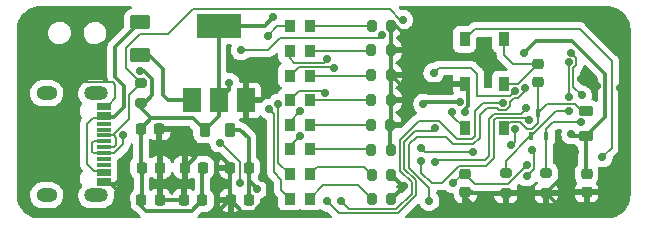
<source format=gbr>
%TF.GenerationSoftware,KiCad,Pcbnew,(6.0.6-1)-1*%
%TF.CreationDate,2022-08-11T03:14:30+08:00*%
%TF.ProjectId,card,63617264-2e6b-4696-9361-645f70636258,rev?*%
%TF.SameCoordinates,Original*%
%TF.FileFunction,Copper,L2,Bot*%
%TF.FilePolarity,Positive*%
%FSLAX46Y46*%
G04 Gerber Fmt 4.6, Leading zero omitted, Abs format (unit mm)*
G04 Created by KiCad (PCBNEW (6.0.6-1)-1) date 2022-08-11 03:14:31*
%MOMM*%
%LPD*%
G01*
G04 APERTURE LIST*
G04 Aperture macros list*
%AMRoundRect*
0 Rectangle with rounded corners*
0 $1 Rounding radius*
0 $2 $3 $4 $5 $6 $7 $8 $9 X,Y pos of 4 corners*
0 Add a 4 corners polygon primitive as box body*
4,1,4,$2,$3,$4,$5,$6,$7,$8,$9,$2,$3,0*
0 Add four circle primitives for the rounded corners*
1,1,$1+$1,$2,$3*
1,1,$1+$1,$4,$5*
1,1,$1+$1,$6,$7*
1,1,$1+$1,$8,$9*
0 Add four rect primitives between the rounded corners*
20,1,$1+$1,$2,$3,$4,$5,0*
20,1,$1+$1,$4,$5,$6,$7,0*
20,1,$1+$1,$6,$7,$8,$9,0*
20,1,$1+$1,$8,$9,$2,$3,0*%
G04 Aperture macros list end*
%TA.AperFunction,SMDPad,CuDef*%
%ADD10R,1.300000X0.300000*%
%TD*%
%TA.AperFunction,ComponentPad*%
%ADD11O,1.800000X1.200000*%
%TD*%
%TA.AperFunction,ComponentPad*%
%ADD12O,2.000000X1.200000*%
%TD*%
%TA.AperFunction,SMDPad,CuDef*%
%ADD13RoundRect,0.200000X-0.275000X0.200000X-0.275000X-0.200000X0.275000X-0.200000X0.275000X0.200000X0*%
%TD*%
%TA.AperFunction,SMDPad,CuDef*%
%ADD14R,0.450000X0.700000*%
%TD*%
%TA.AperFunction,SMDPad,CuDef*%
%ADD15RoundRect,0.225000X-0.225000X-0.250000X0.225000X-0.250000X0.225000X0.250000X-0.225000X0.250000X0*%
%TD*%
%TA.AperFunction,SMDPad,CuDef*%
%ADD16RoundRect,0.225000X0.225000X0.250000X-0.225000X0.250000X-0.225000X-0.250000X0.225000X-0.250000X0*%
%TD*%
%TA.AperFunction,SMDPad,CuDef*%
%ADD17R,1.500000X2.000000*%
%TD*%
%TA.AperFunction,SMDPad,CuDef*%
%ADD18R,3.800000X2.000000*%
%TD*%
%TA.AperFunction,SMDPad,CuDef*%
%ADD19RoundRect,0.200000X-0.200000X-0.275000X0.200000X-0.275000X0.200000X0.275000X-0.200000X0.275000X0*%
%TD*%
%TA.AperFunction,SMDPad,CuDef*%
%ADD20RoundRect,0.218750X0.381250X-0.218750X0.381250X0.218750X-0.381250X0.218750X-0.381250X-0.218750X0*%
%TD*%
%TA.AperFunction,SMDPad,CuDef*%
%ADD21RoundRect,0.225000X-0.250000X0.225000X-0.250000X-0.225000X0.250000X-0.225000X0.250000X0.225000X0*%
%TD*%
%TA.AperFunction,SMDPad,CuDef*%
%ADD22RoundRect,0.218750X-0.218750X-0.381250X0.218750X-0.381250X0.218750X0.381250X-0.218750X0.381250X0*%
%TD*%
%TA.AperFunction,SMDPad,CuDef*%
%ADD23RoundRect,0.250000X-0.625000X0.375000X-0.625000X-0.375000X0.625000X-0.375000X0.625000X0.375000X0*%
%TD*%
%TA.AperFunction,SMDPad,CuDef*%
%ADD24R,0.899900X1.000000*%
%TD*%
%TA.AperFunction,SMDPad,CuDef*%
%ADD25R,0.900000X1.200000*%
%TD*%
%TA.AperFunction,SMDPad,CuDef*%
%ADD26RoundRect,0.200000X0.275000X-0.200000X0.275000X0.200000X-0.275000X0.200000X-0.275000X-0.200000X0*%
%TD*%
%TA.AperFunction,ViaPad*%
%ADD27C,0.700000*%
%TD*%
%TA.AperFunction,Conductor*%
%ADD28C,0.200000*%
%TD*%
%TA.AperFunction,Conductor*%
%ADD29C,0.300000*%
%TD*%
G04 APERTURE END LIST*
D10*
%TO.P,USB1,B12,GND*%
%TO.N,VSS*%
X33531584Y-37733632D03*
%TO.P,USB1,B9,VBUS*%
%TO.N,+5V*%
X33531584Y-36933532D03*
%TO.P,USB1,B8,SUB2*%
%TO.N,unconnected-(USB1-PadB8)*%
X33531584Y-36433732D03*
%TO.P,USB1,B7,D-*%
%TO.N,DM*%
X33531584Y-35433732D03*
%TO.P,USB1,B6,D+*%
%TO.N,DP*%
X33531584Y-33933532D03*
%TO.P,USB1,B5,CC2*%
%TO.N,unconnected-(USB1-PadB5)*%
X33531584Y-32933532D03*
%TO.P,USB1,B4,VBUS*%
%TO.N,+5V*%
X33531384Y-32433732D03*
%TO.P,USB1,B1,GND*%
%TO.N,VSS*%
X33531584Y-31633632D03*
%TO.P,USB1,A12,GND*%
X33531584Y-31333632D03*
%TO.P,USB1,A9,VBUS*%
%TO.N,+5V*%
X33531384Y-32133432D03*
%TO.P,USB1,A8,SUB1*%
%TO.N,unconnected-(USB1-PadA8)*%
X33531584Y-33433932D03*
%TO.P,USB1,A7,D-*%
%TO.N,DM*%
X33531584Y-34433732D03*
%TO.P,USB1,A6,D+*%
%TO.N,DP*%
X33531584Y-34933532D03*
%TO.P,USB1,A5,CC1*%
%TO.N,unconnected-(USB1-PadA5)*%
X33531584Y-35933532D03*
%TO.P,USB1,A4,VBUS*%
%TO.N,+5V*%
X33531584Y-37233532D03*
%TO.P,USB1,A1,GND*%
%TO.N,VSS*%
X33531584Y-38033632D03*
D11*
%TO.P,USB1,4,EP*%
%TO.N,unconnected-(USB1-Pad4)*%
X28701584Y-30363632D03*
%TO.P,USB1,3,EP*%
%TO.N,unconnected-(USB1-Pad3)*%
X28701584Y-39003732D03*
D12*
%TO.P,USB1,2,EP*%
%TO.N,unconnected-(USB1-Pad2)*%
X32881684Y-30363632D03*
%TO.P,USB1,1,EP*%
%TO.N,unconnected-(USB1-Pad1)*%
X32881684Y-39003732D03*
%TD*%
D13*
%TO.P,R1,1*%
%TO.N,/GDR*%
X70991925Y-37130229D03*
%TO.P,R1,2*%
%TO.N,VSS*%
X70991925Y-38780229D03*
%TD*%
D14*
%TO.P,Q1,1*%
%TO.N,/GDR*%
X70966800Y-33991352D03*
%TO.P,Q1,2*%
%TO.N,/RESE*%
X69666800Y-33991352D03*
%TO.P,Q1,3*%
%TO.N,Net-(C4-Pad2)*%
X70316800Y-31991352D03*
%TD*%
D15*
%TO.P,C6,1*%
%TO.N,VDD*%
X36678323Y-33366148D03*
%TO.P,C6,2*%
%TO.N,VSS*%
X38228323Y-33366148D03*
%TD*%
D16*
%TO.P,C2,1*%
%TO.N,VDDA*%
X45837163Y-39410764D03*
%TO.P,C2,2*%
%TO.N,VSS*%
X44287163Y-39410764D03*
%TD*%
D17*
%TO.P,U1,1,GND*%
%TO.N,VSS*%
X45559769Y-30960030D03*
%TO.P,U1,2,VO*%
%TO.N,VDD*%
X43259769Y-30960030D03*
D18*
X43259769Y-24660030D03*
D17*
%TO.P,U1,3,VI*%
%TO.N,Net-(F1-Pad2)*%
X40959769Y-30960030D03*
%TD*%
D16*
%TO.P,C5,1*%
%TO.N,VDDA*%
X45796621Y-36649241D03*
%TO.P,C5,2*%
%TO.N,VSS*%
X44246621Y-36649241D03*
%TD*%
D19*
%TO.P,R11,1*%
%TO.N,Net-(LED7-Pad2)*%
X56212031Y-37239263D03*
%TO.P,R11,2*%
%TO.N,VSS*%
X57862031Y-37239263D03*
%TD*%
D20*
%TO.P,L1,1*%
%TO.N,VDD*%
X74343531Y-33983538D03*
%TO.P,L1,2*%
%TO.N,Net-(C4-Pad2)*%
X74343531Y-31858538D03*
%TD*%
D13*
%TO.P,R2,1*%
%TO.N,/RESE*%
X67570772Y-37130229D03*
%TO.P,R2,2*%
%TO.N,VSS*%
X67570772Y-38780229D03*
%TD*%
D21*
%TO.P,C1,1*%
%TO.N,VDD*%
X74413078Y-37180229D03*
%TO.P,C1,2*%
%TO.N,VSS*%
X74413078Y-38730229D03*
%TD*%
D15*
%TO.P,C10,1*%
%TO.N,VDD*%
X36720517Y-39410764D03*
%TO.P,C10,2*%
%TO.N,VSS*%
X38270517Y-39410764D03*
%TD*%
D19*
%TO.P,R5,1*%
%TO.N,Net-(LED1-Pad2)*%
X56211691Y-24621076D03*
%TO.P,R5,2*%
%TO.N,VSS*%
X57861691Y-24621076D03*
%TD*%
D22*
%TO.P,L2,1*%
%TO.N,VDD*%
X42065022Y-33486148D03*
%TO.P,L2,2*%
%TO.N,VDDA*%
X44190022Y-33486148D03*
%TD*%
D23*
%TO.P,F1,1*%
%TO.N,+5V*%
X36625123Y-24334876D03*
%TO.P,F1,2*%
%TO.N,Net-(F1-Pad2)*%
X36625123Y-27134876D03*
%TD*%
D16*
%TO.P,C8,1*%
%TO.N,VDD*%
X41871765Y-39410764D03*
%TO.P,C8,2*%
%TO.N,VSS*%
X40321765Y-39410764D03*
%TD*%
D19*
%TO.P,R8,1*%
%TO.N,Net-(LED4-Pad2)*%
X56185310Y-30930170D03*
%TO.P,R8,2*%
%TO.N,VSS*%
X57835310Y-30930170D03*
%TD*%
%TO.P,R10,1*%
%TO.N,Net-(LED6-Pad2)*%
X56185310Y-35136232D03*
%TO.P,R10,2*%
%TO.N,VSS*%
X57835310Y-35136232D03*
%TD*%
D24*
%TO.P,LED6,1,A*%
%TO.N,/PB5*%
X49266576Y-35105241D03*
%TO.P,LED6,2,K*%
%TO.N,Net-(LED6-Pad2)*%
X50966576Y-35105241D03*
%TD*%
D15*
%TO.P,C16,1*%
%TO.N,VDD*%
X36738302Y-36649241D03*
%TO.P,C16,2*%
%TO.N,VSS*%
X38288302Y-36649241D03*
%TD*%
D24*
%TO.P,LED2,1,A*%
%TO.N,/PB1*%
X49266576Y-26773177D03*
%TO.P,LED2,2,K*%
%TO.N,Net-(LED2-Pad2)*%
X50966576Y-26773177D03*
%TD*%
D21*
%TO.P,C7,1*%
%TO.N,/PREVGH*%
X64149618Y-37180229D03*
%TO.P,C7,2*%
%TO.N,VSS*%
X64149618Y-38730229D03*
%TD*%
D24*
%TO.P,LED3,1,A*%
%TO.N,/PB2*%
X49266576Y-28856193D03*
%TO.P,LED3,2,K*%
%TO.N,Net-(LED3-Pad2)*%
X50966576Y-28856193D03*
%TD*%
%TO.P,LED7,1,A*%
%TO.N,/PB6*%
X49266576Y-37188257D03*
%TO.P,LED7,2,K*%
%TO.N,Net-(LED7-Pad2)*%
X50966576Y-37188257D03*
%TD*%
D21*
%TO.P,C4,1*%
%TO.N,Net-(C4-Pad1)*%
X70316800Y-27874520D03*
%TO.P,C4,2*%
%TO.N,Net-(C4-Pad2)*%
X70316800Y-29424520D03*
%TD*%
D24*
%TO.P,LED4,1,A*%
%TO.N,/PB3*%
X49266576Y-30939209D03*
%TO.P,LED4,2,K*%
%TO.N,Net-(LED4-Pad2)*%
X50966576Y-30939209D03*
%TD*%
D25*
%TO.P,D2,1,K*%
%TO.N,VSS*%
X64087916Y-29562624D03*
%TO.P,D2,2,A*%
%TO.N,Net-(C4-Pad1)*%
X67387916Y-29562624D03*
%TD*%
D24*
%TO.P,LED1,1,A*%
%TO.N,/PB0*%
X49266576Y-24690155D03*
%TO.P,LED1,2,K*%
%TO.N,Net-(LED1-Pad2)*%
X50966576Y-24690155D03*
%TD*%
D19*
%TO.P,R6,1*%
%TO.N,Net-(LED2-Pad2)*%
X56185310Y-26724108D03*
%TO.P,R6,2*%
%TO.N,VSS*%
X57835310Y-26724108D03*
%TD*%
D25*
%TO.P,D1,1,K*%
%TO.N,Net-(C4-Pad1)*%
X67387916Y-25800562D03*
%TO.P,D1,2,A*%
%TO.N,/PREVGL*%
X64087916Y-25800562D03*
%TD*%
%TO.P,D3,1,K*%
%TO.N,/PREVGH*%
X64087916Y-33324687D03*
%TO.P,D3,2,A*%
%TO.N,Net-(C4-Pad2)*%
X67387916Y-33324687D03*
%TD*%
D16*
%TO.P,C20,1*%
%TO.N,VDD*%
X41924886Y-36649241D03*
%TO.P,C20,2*%
%TO.N,VSS*%
X40374886Y-36649241D03*
%TD*%
D24*
%TO.P,LED5,1,A*%
%TO.N,/PB4*%
X49266576Y-33022225D03*
%TO.P,LED5,2,K*%
%TO.N,Net-(LED5-Pad2)*%
X50966576Y-33022225D03*
%TD*%
D19*
%TO.P,R9,1*%
%TO.N,Net-(LED5-Pad2)*%
X56149475Y-33033201D03*
%TO.P,R9,2*%
%TO.N,VSS*%
X57799475Y-33033201D03*
%TD*%
D24*
%TO.P,LED8,1,A*%
%TO.N,/PB7*%
X49266576Y-39271273D03*
%TO.P,LED8,2,K*%
%TO.N,Net-(LED8-Pad2)*%
X50966576Y-39271273D03*
%TD*%
D19*
%TO.P,R12,1*%
%TO.N,Net-(LED8-Pad2)*%
X56211691Y-39342294D03*
%TO.P,R12,2*%
%TO.N,VSS*%
X57861691Y-39342294D03*
%TD*%
%TO.P,R7,1*%
%TO.N,Net-(LED3-Pad2)*%
X56185310Y-28827139D03*
%TO.P,R7,2*%
%TO.N,VSS*%
X57835310Y-28827139D03*
%TD*%
D26*
%TO.P,R4,1*%
%TO.N,VDD*%
X36678747Y-31175650D03*
%TO.P,R4,2*%
%TO.N,DP*%
X36678747Y-29525650D03*
%TD*%
D27*
%TO.N,VDD*%
X63654845Y-31131817D03*
X36597883Y-28455543D03*
X44154755Y-29494166D03*
X69132736Y-26914367D03*
X73127714Y-33816117D03*
X60596338Y-31264547D03*
X47877469Y-23942112D03*
%TO.N,VSS*%
X43280084Y-40293940D03*
X73929164Y-29147876D03*
X64121455Y-31958757D03*
X75301958Y-29705931D03*
X30818816Y-29547528D03*
X65239705Y-40223333D03*
X46929984Y-37544276D03*
X35627084Y-40293564D03*
X45152046Y-28758673D03*
X77221868Y-29906615D03*
X73420004Y-35298309D03*
X58905548Y-38211403D03*
X61019195Y-24035551D03*
%TO.N,VDDA*%
X46537724Y-38442812D03*
%TO.N,NRST*%
X43375415Y-34588870D03*
X45057102Y-37955623D03*
%TO.N,/PREVGH*%
X63030248Y-31932592D03*
X63117440Y-37963894D03*
X69379205Y-36444208D03*
%TO.N,/PREVGL*%
X75745240Y-35767315D03*
%TO.N,Net-(C18-Pad2)*%
X68386383Y-33416893D03*
X69762296Y-35161607D03*
X68045951Y-34750251D03*
X69336756Y-37388599D03*
%TO.N,/GDR*%
X73920630Y-32794330D03*
X73065318Y-26909056D03*
X73998865Y-30545477D03*
%TO.N,/RESE*%
X72913353Y-27744856D03*
X72948873Y-31856536D03*
X72913353Y-30657036D03*
%TO.N,BUSY*%
X61083239Y-39455719D03*
X69209933Y-29914532D03*
%TO.N,RST*%
X61531248Y-33301243D03*
X68346770Y-30162124D03*
X61451998Y-28645631D03*
X52455990Y-39513230D03*
%TO.N,D{slash}C*%
X53612153Y-39475934D03*
X67297763Y-31147250D03*
%TO.N,CS*%
X61531248Y-36164016D03*
X69300992Y-31575146D03*
%TO.N,CLK*%
X69492498Y-32654692D03*
X60427844Y-36069939D03*
%TO.N,DIN*%
X64769463Y-35290563D03*
X60418088Y-35006472D03*
%TO.N,DP*%
X58832536Y-24133947D03*
%TO.N,/PB0*%
X47413149Y-25497271D03*
%TO.N,/PB1*%
X52420256Y-27483902D03*
%TO.N,DM*%
X45140792Y-26707969D03*
X35157246Y-33900913D03*
X57080215Y-25444791D03*
%TO.N,/PB2*%
X53054607Y-28256693D03*
%TO.N,/PB3*%
X52225973Y-30339709D03*
%TO.N,/PB4*%
X50146121Y-31897477D03*
%TO.N,/PB5*%
X50126562Y-33991540D03*
%TO.N,/PB6*%
X48300938Y-31274102D03*
%TO.N,/PB7*%
X47548857Y-31693636D03*
%TD*%
D28*
%TO.N,NRST*%
X45046621Y-36181779D02*
X45046621Y-37945142D01*
X45046621Y-37945142D02*
X45057102Y-37955623D01*
X45046621Y-36181779D02*
X43453712Y-34588870D01*
X43453712Y-34588870D02*
X43375415Y-34588870D01*
D29*
%TO.N,VSS*%
X45559769Y-30960030D02*
X45559769Y-32512716D01*
X46919003Y-33871950D02*
X46919003Y-35509775D01*
X45559769Y-32512716D02*
X46919003Y-33871950D01*
X46921954Y-35519129D02*
X46921954Y-37536246D01*
X46921954Y-37536246D02*
X46929984Y-37544276D01*
X46929984Y-37544276D02*
X47419425Y-38033717D01*
X47419425Y-38033717D02*
X47419425Y-38874313D01*
X47419425Y-38874313D02*
X47427812Y-38882700D01*
X47427812Y-38882700D02*
X47427812Y-39178998D01*
X47427812Y-39178998D02*
X46223207Y-40383603D01*
X46223207Y-40383603D02*
X45260002Y-40383603D01*
X45260002Y-40383603D02*
X44287163Y-39410764D01*
X75301958Y-29705931D02*
X74487219Y-29705931D01*
X74487219Y-29705931D02*
X73929164Y-29147876D01*
%TO.N,VDD*%
X47159551Y-24660030D02*
X47877469Y-23942112D01*
%TO.N,VSS*%
X64087916Y-29562624D02*
X58570795Y-29562624D01*
X44246621Y-36649241D02*
X44246621Y-39370222D01*
D28*
X34294206Y-29413632D02*
X31761969Y-29413632D01*
D29*
X38288302Y-36649241D02*
X38288302Y-33426127D01*
D28*
%TO.N,DM*%
X35157246Y-33900913D02*
X35157246Y-34684928D01*
X35157246Y-34684928D02*
X34408442Y-35433732D01*
%TO.N,DP*%
X36678747Y-29525650D02*
X35677850Y-30526547D01*
X35677850Y-30526547D02*
X35677850Y-32531780D01*
X34276098Y-33933532D02*
X33531584Y-33933532D01*
X35677850Y-32531780D02*
X34276098Y-33933532D01*
D29*
%TO.N,+5V*%
X34494876Y-26465123D02*
X34494876Y-28977906D01*
X34494876Y-28977906D02*
X35227850Y-29710880D01*
X35227850Y-29710880D02*
X35227850Y-31537366D01*
%TO.N,VSS*%
X33303019Y-37969499D02*
X34066710Y-37969499D01*
X34066710Y-37969499D02*
X35627084Y-39529873D01*
X35627084Y-39529873D02*
X35627084Y-40293564D01*
%TO.N,VDD*%
X37635200Y-30545954D02*
X37635200Y-29158575D01*
X37005504Y-31175650D02*
X37635200Y-30545954D01*
X70093083Y-25954020D02*
X73207616Y-25954020D01*
X41871765Y-36702362D02*
X41924886Y-36649241D01*
X37635200Y-29158575D02*
X36932168Y-28455543D01*
X36720517Y-39915057D02*
X37091224Y-40285764D01*
X36738302Y-39392979D02*
X36720517Y-39410764D01*
X41871765Y-39410764D02*
X41871765Y-36702362D01*
X36678323Y-33366148D02*
X36678323Y-36589262D01*
X36738302Y-36649241D02*
X36738302Y-39392979D01*
X36678747Y-31175650D02*
X37005504Y-31175650D01*
X62770362Y-31131817D02*
X62769432Y-31130887D01*
X43259769Y-24660030D02*
X47159551Y-24660030D01*
X36932168Y-28455543D02*
X36597883Y-28455543D01*
X76001458Y-32325611D02*
X74343531Y-33983538D01*
X43259769Y-32291401D02*
X42065022Y-33486148D01*
X44154755Y-29494166D02*
X44154755Y-30065044D01*
X36720517Y-39410764D02*
X36720517Y-39915057D01*
X43259769Y-30960030D02*
X43259769Y-24660030D01*
X73295135Y-33983538D02*
X73127714Y-33816117D01*
X41070022Y-32491148D02*
X37553323Y-32491148D01*
X37553323Y-32491148D02*
X36678323Y-33366148D01*
X44154755Y-30065044D02*
X43259769Y-30960030D01*
X73207616Y-25954020D02*
X76001458Y-28747862D01*
X74343531Y-37110682D02*
X74413078Y-37180229D01*
X60729998Y-31130887D02*
X60596338Y-31264547D01*
X63654845Y-31131817D02*
X62770362Y-31131817D01*
X74343531Y-33983538D02*
X74343531Y-37110682D01*
X43259769Y-30960030D02*
X43259769Y-32291401D01*
X42065022Y-33486148D02*
X41070022Y-32491148D01*
X69132736Y-26914367D02*
X70093083Y-25954020D01*
X76001458Y-28747862D02*
X76001458Y-32325611D01*
X40996765Y-40285764D02*
X41871765Y-39410764D01*
X36678747Y-31175650D02*
X36678747Y-31616572D01*
X74343531Y-33983538D02*
X73295135Y-33983538D01*
X36678747Y-31616572D02*
X37553323Y-32491148D01*
X62769432Y-31130887D02*
X60729998Y-31130887D01*
X36678323Y-36589262D02*
X36738302Y-36649241D01*
X37091224Y-40285764D02*
X40996765Y-40285764D01*
%TO.N,VSS*%
X44163260Y-39410764D02*
X43280084Y-40293940D01*
D28*
X31761969Y-29413632D02*
X31563332Y-29612269D01*
D29*
X38288302Y-33426127D02*
X38228323Y-33366148D01*
X58570795Y-29562624D02*
X57835310Y-28827139D01*
X73424518Y-35302823D02*
X73424518Y-36347636D01*
D28*
X43280084Y-40293940D02*
X43403987Y-40293940D01*
D29*
X58905548Y-38211403D02*
X58905548Y-38298437D01*
X43269876Y-35523459D02*
X44246621Y-36500204D01*
X64121455Y-31958757D02*
X64121455Y-31725868D01*
X40374886Y-36649241D02*
X41500668Y-35523459D01*
X57835310Y-26724108D02*
X57835310Y-28827139D01*
X58258762Y-24621076D02*
X58705444Y-25067758D01*
X64149618Y-38730229D02*
X64149618Y-39133246D01*
X45559769Y-29166396D02*
X45559769Y-30960030D01*
D28*
X31563332Y-29612269D02*
X30883557Y-29612269D01*
D29*
X33531584Y-38033632D02*
X34035993Y-38033632D01*
X58905548Y-38211403D02*
X58834171Y-38211403D01*
D28*
X34509027Y-29628453D02*
X34294206Y-29413632D01*
D29*
X57835310Y-30930170D02*
X57835310Y-32997366D01*
X64199618Y-38780229D02*
X64149618Y-38730229D01*
X58905548Y-38298437D02*
X57861691Y-39342294D01*
X44246621Y-36500204D02*
X44246621Y-36649241D01*
X57799475Y-33033201D02*
X57799475Y-35100397D01*
X70991925Y-38780229D02*
X67570772Y-38780229D01*
D28*
X30883557Y-29612269D02*
X30818816Y-29547528D01*
D29*
X57799475Y-35100397D02*
X57835310Y-35136232D01*
X73420004Y-35298309D02*
X73424518Y-35302823D01*
X57861691Y-24621076D02*
X57861691Y-26697727D01*
X44246621Y-39370222D02*
X44287163Y-39410764D01*
X44287163Y-39410764D02*
X44163260Y-39410764D01*
X67570772Y-38780229D02*
X65502260Y-38780229D01*
D28*
X34509027Y-30777599D02*
X34509027Y-29628453D01*
D29*
X65502260Y-38780229D02*
X64199618Y-38780229D01*
X58834171Y-38211403D02*
X57862031Y-37239263D01*
X75489222Y-39700608D02*
X71912304Y-39700608D01*
X77260333Y-29945080D02*
X77260333Y-37929497D01*
X40321765Y-39410764D02*
X38270517Y-39410764D01*
X45152046Y-28758673D02*
X45559769Y-29166396D01*
X64404845Y-29879553D02*
X64087916Y-29562624D01*
X74413078Y-38730229D02*
X71041925Y-38730229D01*
X38288302Y-36649241D02*
X38288302Y-39392979D01*
X40321765Y-39410764D02*
X40321765Y-36702362D01*
X59986988Y-25067758D02*
X61019195Y-24035551D01*
X57835310Y-28827139D02*
X57835310Y-30930170D01*
X71041925Y-38730229D02*
X70991925Y-38780229D01*
X64121455Y-31725868D02*
X64404845Y-31442478D01*
X71912304Y-39700608D02*
X70991925Y-38780229D01*
X41500668Y-35523459D02*
X43269876Y-35523459D01*
X57861691Y-26697727D02*
X57835310Y-26724108D01*
X64149618Y-39133246D02*
X65239705Y-40223333D01*
X73424518Y-36347636D02*
X70991925Y-38780229D01*
X64404845Y-31442478D02*
X64404845Y-29879553D01*
X58705444Y-25067758D02*
X59986988Y-25067758D01*
D28*
X33952994Y-31333632D02*
X34509027Y-30777599D01*
D29*
X38288302Y-39392979D02*
X38270517Y-39410764D01*
X40321765Y-36702362D02*
X40374886Y-36649241D01*
X57861691Y-24621076D02*
X58258762Y-24621076D01*
X77221868Y-29906615D02*
X77260333Y-29945080D01*
X57835310Y-32997366D02*
X57799475Y-33033201D01*
D28*
X33531584Y-31333632D02*
X33952994Y-31333632D01*
D29*
X77260333Y-37929497D02*
X75489222Y-39700608D01*
%TO.N,VDDA*%
X45796621Y-37701709D02*
X45796621Y-36649241D01*
X45796621Y-34181604D02*
X45796621Y-36649241D01*
X45101165Y-33486148D02*
X45796621Y-34181604D01*
X46537724Y-38442812D02*
X45796621Y-37701709D01*
X45796621Y-39370222D02*
X45837163Y-39410764D01*
X44190022Y-33486148D02*
X45101165Y-33486148D01*
X45796621Y-36649241D02*
X45796621Y-39370222D01*
D28*
%TO.N,Net-(C4-Pad1)*%
X70316800Y-27874520D02*
X68628696Y-29562624D01*
X68628696Y-29562624D02*
X67387916Y-29562624D01*
X68181119Y-27874520D02*
X67387916Y-27081317D01*
X70316800Y-27874520D02*
X68181119Y-27874520D01*
X67387916Y-27081317D02*
X67387916Y-25800562D01*
%TO.N,Net-(C4-Pad2)*%
X70316800Y-31991352D02*
X70316800Y-29424520D01*
X67387916Y-33324687D02*
X67895710Y-32816893D01*
X69381336Y-33391352D02*
X69771826Y-33391352D01*
X73408282Y-31257036D02*
X71051116Y-31257036D01*
X71051116Y-31257036D02*
X70316800Y-31991352D01*
X67895710Y-32816893D02*
X68806877Y-32816893D01*
X70316800Y-32846378D02*
X70316800Y-31991352D01*
X68806877Y-32816893D02*
X69381336Y-33391352D01*
X69771826Y-33391352D02*
X70316800Y-32846378D01*
X74009784Y-31858538D02*
X73408282Y-31257036D01*
X74343531Y-31858538D02*
X74009784Y-31858538D01*
%TO.N,/PREVGH*%
X63901105Y-37180229D02*
X64149618Y-37180229D01*
X69379205Y-36444208D02*
X67793184Y-38030229D01*
X63030248Y-31932592D02*
X63030248Y-32267019D01*
X64999618Y-38030229D02*
X64149618Y-37180229D01*
X63117440Y-37963894D02*
X63901105Y-37180229D01*
X63030248Y-32267019D02*
X64087916Y-33324687D01*
X67793184Y-38030229D02*
X64999618Y-38030229D01*
%TO.N,/PREVGL*%
X76522368Y-34990187D02*
X75745240Y-35767315D01*
X73830687Y-24950562D02*
X76522368Y-27642243D01*
X64087916Y-25800562D02*
X64937916Y-24950562D01*
X76522368Y-27642243D02*
X76522368Y-34990187D01*
X64937916Y-24950562D02*
X73830687Y-24950562D01*
%TO.N,Net-(C18-Pad2)*%
X68287091Y-34551666D02*
X68074321Y-34764436D01*
X68045951Y-34750251D02*
X68045951Y-34764436D01*
X68074321Y-34764436D02*
X68045951Y-34750251D01*
X69979205Y-35378516D02*
X69979205Y-36746150D01*
X68386383Y-33416893D02*
X68386383Y-34452374D01*
X69762296Y-35161607D02*
X69979205Y-35378516D01*
X69979205Y-36746150D02*
X69336756Y-37388599D01*
X68386383Y-34452374D02*
X68287091Y-34551666D01*
D29*
%TO.N,+5V*%
X34381184Y-32384032D02*
X33581084Y-32384032D01*
D28*
X32681584Y-36933532D02*
X33531584Y-36933532D01*
D29*
X35227850Y-31537366D02*
X34381184Y-32384032D01*
D28*
X32637243Y-32433732D02*
X32089984Y-32980991D01*
X32089984Y-32980991D02*
X32089984Y-36341932D01*
X33531584Y-36933532D02*
X33531584Y-37233532D01*
X32089984Y-36341932D02*
X32681584Y-36933532D01*
X33531384Y-32133432D02*
X33531384Y-32433732D01*
D29*
X36625123Y-24334876D02*
X34494876Y-26465123D01*
D28*
X33531384Y-32433732D02*
X32637243Y-32433732D01*
D29*
%TO.N,Net-(F1-Pad2)*%
X37349381Y-27134876D02*
X38503545Y-28289040D01*
X38503545Y-28289040D02*
X38503545Y-30534328D01*
X36625123Y-27134876D02*
X37349381Y-27134876D01*
X38503545Y-30534328D02*
X38929247Y-30960030D01*
X38929247Y-30960030D02*
X40959769Y-30960030D01*
D28*
%TO.N,/GDR*%
X70966800Y-33991352D02*
X70966800Y-37105104D01*
X70966800Y-33991352D02*
X70966800Y-33418245D01*
X73263353Y-29809965D02*
X73998865Y-30545477D01*
X73513353Y-27357091D02*
X73513353Y-27993385D01*
X73513353Y-27993385D02*
X73263353Y-28243385D01*
X73263353Y-28243385D02*
X73263353Y-29809965D01*
X70966800Y-37105104D02*
X70991925Y-37130229D01*
X70966800Y-33418245D02*
X71590715Y-32794330D01*
X71590715Y-32794330D02*
X73920630Y-32794330D01*
X73065318Y-26909056D02*
X73513353Y-27357091D01*
%TO.N,/RESE*%
X71801616Y-31856536D02*
X69666800Y-33991352D01*
X67570772Y-36076510D02*
X67570772Y-37130229D01*
X72948873Y-31856536D02*
X71801616Y-31856536D01*
X69655930Y-33991352D02*
X67570772Y-36076510D01*
X69666800Y-33991352D02*
X69655930Y-33991352D01*
X72913353Y-27744856D02*
X72913353Y-30657036D01*
%TO.N,BUSY*%
X66831588Y-31622124D02*
X66956714Y-31747250D01*
X65370724Y-34117517D02*
X65370724Y-32240374D01*
X63112710Y-34661617D02*
X64826624Y-34661617D01*
X65370724Y-32240374D02*
X65988974Y-31622124D01*
X65988974Y-31622124D02*
X66831588Y-31622124D01*
X67897763Y-31125788D02*
X68261427Y-30762124D01*
X66956714Y-31747250D02*
X67546292Y-31747250D01*
X59372026Y-34675220D02*
X60024946Y-34022300D01*
X64826624Y-34661617D02*
X65370724Y-34117517D01*
X62473393Y-34022300D02*
X63112710Y-34661617D01*
X69209933Y-30147490D02*
X69209933Y-29914532D01*
X68261427Y-30762124D02*
X68595299Y-30762124D01*
X67546292Y-31747250D02*
X67897763Y-31395779D01*
X59372026Y-36658832D02*
X59372026Y-34675220D01*
X60024946Y-34022300D02*
X62473393Y-34022300D01*
X67897763Y-31395779D02*
X67897763Y-31125788D01*
X68595299Y-30762124D02*
X69209933Y-30147490D01*
X61083239Y-38370045D02*
X59372026Y-36658832D01*
X61083239Y-39455719D02*
X61083239Y-38370045D01*
%TO.N,RST*%
X61889416Y-28208213D02*
X61451998Y-28645631D01*
X59955548Y-37737329D02*
X59955548Y-38996228D01*
X64603982Y-28208213D02*
X61889416Y-28208213D01*
X53460054Y-40517294D02*
X52455990Y-39513230D01*
X67961144Y-30547750D02*
X65107662Y-30547750D01*
X58434482Y-40517294D02*
X53460054Y-40517294D01*
X65092861Y-30562551D02*
X65092861Y-28697092D01*
X61304061Y-33528430D02*
X59878637Y-33528430D01*
X59878637Y-33528430D02*
X58962031Y-34445036D01*
X68346770Y-30162124D02*
X67961144Y-30547750D01*
X65107662Y-30547750D02*
X65092861Y-30562551D01*
X58962031Y-36743812D02*
X59955548Y-37737329D01*
X61531248Y-33301243D02*
X61304061Y-33528430D01*
X58962031Y-34445036D02*
X58962031Y-36743812D01*
X59955548Y-38996228D02*
X58434482Y-40517294D01*
X65092861Y-28697092D02*
X64603982Y-28208213D01*
%TO.N,D{slash}C*%
X59605548Y-38851254D02*
X58289508Y-40167294D01*
X65665319Y-31147250D02*
X67297763Y-31147250D01*
X64721189Y-34260040D02*
X63473269Y-34260040D01*
X65665319Y-31147250D02*
X64976882Y-31835687D01*
X58612031Y-34294136D02*
X58612031Y-36909952D01*
X64976882Y-31835687D02*
X64976882Y-34004347D01*
X63473269Y-34260040D02*
X61914472Y-32701243D01*
X64976882Y-34004347D02*
X64721189Y-34260040D01*
X58612031Y-36909952D02*
X59605548Y-37903469D01*
X59605548Y-37903469D02*
X59605548Y-38851254D01*
X60204924Y-32701243D02*
X58612031Y-34294136D01*
X61914472Y-32701243D02*
X60204924Y-32701243D01*
X54303513Y-40167294D02*
X53612153Y-39475934D01*
X58289508Y-40167294D02*
X54303513Y-40167294D01*
%TO.N,CS*%
X66163889Y-32530041D02*
X66577037Y-32116893D01*
X66577037Y-32116893D02*
X68832385Y-32116893D01*
X61695682Y-35999582D02*
X65828824Y-35999582D01*
X69300992Y-31648286D02*
X68832385Y-32116893D01*
X65828824Y-35999582D02*
X66163889Y-35664517D01*
X61531248Y-36164016D02*
X61695682Y-35999582D01*
X66163889Y-35664517D02*
X66163889Y-32530041D01*
X69300992Y-31575146D02*
X69300992Y-31648286D01*
%TO.N,CLK*%
X61294783Y-37959570D02*
X60427844Y-37092631D01*
X65921030Y-36480229D02*
X63629150Y-36480229D01*
X66563805Y-32656347D02*
X66563805Y-35837454D01*
X63629150Y-36480229D02*
X62149809Y-37959570D01*
X66563805Y-35837454D02*
X65921030Y-36480229D01*
X66753259Y-32466893D02*
X66563805Y-32656347D01*
X60427844Y-37092631D02*
X60427844Y-36069939D01*
X62149809Y-37959570D02*
X61294783Y-37959570D01*
X69492498Y-32654692D02*
X69304699Y-32466893D01*
X69304699Y-32466893D02*
X66753259Y-32466893D01*
%TO.N,DIN*%
X64769463Y-35290563D02*
X64745228Y-35314798D01*
X64745228Y-35314798D02*
X60726414Y-35314798D01*
X60726414Y-35314798D02*
X60418088Y-35006472D01*
%TO.N,DP*%
X58832536Y-24133947D02*
X58816848Y-24118259D01*
X34413668Y-34933532D02*
X34575390Y-34771810D01*
X58816848Y-24118259D02*
X58611691Y-24118259D01*
X58611691Y-24118259D02*
X57735544Y-23242112D01*
X57735544Y-23242112D02*
X41077687Y-23242112D01*
X34575390Y-34119690D02*
X34379689Y-33923989D01*
X36594542Y-25316929D02*
X35400123Y-26511348D01*
X39002870Y-25316929D02*
X36594542Y-25316929D01*
X34331984Y-33933532D02*
X33531584Y-33933532D01*
X33531584Y-34933532D02*
X34413668Y-34933532D01*
X35400123Y-26511348D02*
X35400123Y-28247026D01*
X35400123Y-28247026D02*
X36678747Y-29525650D01*
X41077687Y-23242112D02*
X39002870Y-25316929D01*
X34575390Y-34771810D02*
X34575390Y-34119690D01*
%TO.N,/PB0*%
X49266576Y-24690155D02*
X48220265Y-24690155D01*
X48220265Y-24690155D02*
X47413149Y-25497271D01*
%TO.N,Net-(LED1-Pad2)*%
X50966576Y-24690155D02*
X56142612Y-24690155D01*
X56142612Y-24690155D02*
X56211691Y-24621076D01*
%TO.N,/PB1*%
X52148391Y-27755767D02*
X49626093Y-27755767D01*
X52420256Y-27483902D02*
X52148391Y-27755767D01*
X49626093Y-27755767D02*
X49266576Y-27396250D01*
X49266576Y-27396250D02*
X49266576Y-26773177D01*
%TO.N,DM*%
X32548658Y-34566658D02*
X32548658Y-35298156D01*
X56828875Y-25696131D02*
X48470504Y-25696131D01*
X57080215Y-25444791D02*
X56828875Y-25696131D01*
X32684234Y-35433732D02*
X33531584Y-35433732D01*
X32548658Y-35298156D02*
X32684234Y-35433732D01*
X32681584Y-34433732D02*
X32548658Y-34566658D01*
X47458666Y-26707969D02*
X45140792Y-26707969D01*
X48470504Y-25696131D02*
X47458666Y-26707969D01*
X33531584Y-34433732D02*
X32681584Y-34433732D01*
X33531584Y-35433732D02*
X34408442Y-35433732D01*
%TO.N,Net-(LED2-Pad2)*%
X56136241Y-26773177D02*
X56185310Y-26724108D01*
X50966576Y-26773177D02*
X56136241Y-26773177D01*
%TO.N,/PB2*%
X53054607Y-28256693D02*
X52904107Y-28106193D01*
X50016576Y-28106193D02*
X49266576Y-28856193D01*
X52904107Y-28106193D02*
X50016576Y-28106193D01*
%TO.N,Net-(LED3-Pad2)*%
X56156256Y-28856193D02*
X56185310Y-28827139D01*
X50966576Y-28856193D02*
X56156256Y-28856193D01*
%TO.N,/PB3*%
X52075473Y-30189209D02*
X50016576Y-30189209D01*
X50016576Y-30189209D02*
X49266576Y-30939209D01*
X52225973Y-30339709D02*
X52075473Y-30189209D01*
%TO.N,Net-(LED4-Pad2)*%
X50966576Y-30939209D02*
X56176271Y-30939209D01*
X56176271Y-30939209D02*
X56185310Y-30930170D01*
%TO.N,/PB4*%
X49266576Y-33022225D02*
X49266576Y-32777022D01*
X49266576Y-32777022D02*
X50146121Y-31897477D01*
%TO.N,Net-(LED5-Pad2)*%
X56138499Y-33022225D02*
X56149475Y-33033201D01*
X50966576Y-33022225D02*
X56138499Y-33022225D01*
%TO.N,/PB5*%
X49266576Y-35105241D02*
X49266576Y-34851526D01*
X49266576Y-34851526D02*
X50126562Y-33991540D01*
%TO.N,Net-(LED6-Pad2)*%
X56154319Y-35105241D02*
X56185310Y-35136232D01*
X50966576Y-35105241D02*
X56154319Y-35105241D01*
%TO.N,/PB6*%
X48300938Y-31274102D02*
X48300938Y-36222619D01*
X48300938Y-36222619D02*
X49266576Y-37188257D01*
%TO.N,Net-(LED7-Pad2)*%
X50966576Y-37188257D02*
X51562456Y-36592377D01*
X51562456Y-36592377D02*
X55565145Y-36592377D01*
X55565145Y-36592377D02*
X56212031Y-37239263D01*
%TO.N,/PB7*%
X48566626Y-37680886D02*
X48566626Y-38571323D01*
X47548857Y-31693636D02*
X47926994Y-32071773D01*
X47926994Y-32071773D02*
X47926994Y-37041254D01*
X48566626Y-38571323D02*
X49266576Y-39271273D01*
X47926994Y-37041254D02*
X48566626Y-37680886D01*
%TO.N,Net-(LED8-Pad2)*%
X52089387Y-38148462D02*
X55017859Y-38148462D01*
X55017859Y-38148462D02*
X56211691Y-39342294D01*
X50966576Y-39271273D02*
X52089387Y-38148462D01*
%TD*%
%TA.AperFunction,Conductor*%
%TO.N,VSS*%
G36*
X35851754Y-22993650D02*
G01*
X35898247Y-23047306D01*
X35908351Y-23117580D01*
X35878857Y-23182160D01*
X35823509Y-23219172D01*
X35676177Y-23268326D01*
X35525775Y-23361398D01*
X35400818Y-23486573D01*
X35396978Y-23492803D01*
X35396977Y-23492804D01*
X35353608Y-23563162D01*
X35308008Y-23637138D01*
X35305704Y-23644085D01*
X35267366Y-23759672D01*
X35252326Y-23805015D01*
X35241623Y-23909476D01*
X35241623Y-24734926D01*
X35221621Y-24803047D01*
X35204718Y-24824021D01*
X34087271Y-25941468D01*
X34078491Y-25949458D01*
X34078489Y-25949460D01*
X34071796Y-25953707D01*
X34066370Y-25959485D01*
X34066369Y-25959486D01*
X34023272Y-26005380D01*
X34020517Y-26008222D01*
X33999949Y-26028790D01*
X33997232Y-26032293D01*
X33989524Y-26041318D01*
X33957904Y-26074990D01*
X33954083Y-26081941D01*
X33954082Y-26081942D01*
X33947573Y-26093781D01*
X33936719Y-26110305D01*
X33934011Y-26113797D01*
X33923572Y-26127255D01*
X33920425Y-26134527D01*
X33920424Y-26134529D01*
X33905222Y-26169658D01*
X33900000Y-26180318D01*
X33883592Y-26210164D01*
X33877752Y-26220786D01*
X33872417Y-26241564D01*
X33866018Y-26260254D01*
X33857496Y-26279947D01*
X33853835Y-26303065D01*
X33850270Y-26325571D01*
X33847863Y-26337194D01*
X33841200Y-26363146D01*
X33836376Y-26381935D01*
X33836376Y-26403382D01*
X33834825Y-26423092D01*
X33831470Y-26444275D01*
X33833358Y-26464243D01*
X33835817Y-26490261D01*
X33836376Y-26502119D01*
X33836376Y-28895850D01*
X33835817Y-28907706D01*
X33834088Y-28915443D01*
X33834337Y-28923365D01*
X33836314Y-28986275D01*
X33836376Y-28990233D01*
X33836376Y-29019338D01*
X33836932Y-29023738D01*
X33837864Y-29035570D01*
X33839314Y-29081737D01*
X33844404Y-29099254D01*
X33845295Y-29102322D01*
X33849306Y-29121688D01*
X33851994Y-29142970D01*
X33854909Y-29150333D01*
X33854910Y-29150336D01*
X33864202Y-29173803D01*
X33870683Y-29244504D01*
X33837911Y-29307484D01*
X33776292Y-29342749D01*
X33699955Y-29337056D01*
X33597947Y-29295946D01*
X33390347Y-29255404D01*
X33384785Y-29255132D01*
X32428838Y-29255132D01*
X32271118Y-29270180D01*
X32068150Y-29329724D01*
X32062823Y-29332468D01*
X32062822Y-29332468D01*
X31885435Y-29423828D01*
X31885432Y-29423830D01*
X31880104Y-29426574D01*
X31713764Y-29557236D01*
X31709832Y-29561767D01*
X31709829Y-29561770D01*
X31633205Y-29650072D01*
X31575132Y-29716995D01*
X31572132Y-29722181D01*
X31572129Y-29722185D01*
X31489686Y-29864693D01*
X31469211Y-29900086D01*
X31399823Y-30099903D01*
X31398962Y-30105838D01*
X31398962Y-30105840D01*
X31370363Y-30303086D01*
X31369471Y-30309236D01*
X31379251Y-30520531D01*
X31380655Y-30526356D01*
X31380655Y-30526357D01*
X31426935Y-30718388D01*
X31428809Y-30726166D01*
X31431291Y-30731624D01*
X31431292Y-30731628D01*
X31474737Y-30827178D01*
X31516358Y-30918719D01*
X31601157Y-31038264D01*
X31634361Y-31085072D01*
X31638738Y-31091243D01*
X31643065Y-31095385D01*
X31643066Y-31095386D01*
X31653897Y-31105755D01*
X31689272Y-31167311D01*
X31685753Y-31238220D01*
X31670977Y-31267594D01*
X31597023Y-31376415D01*
X31589004Y-31388214D01*
X31586472Y-31394543D01*
X31586471Y-31394546D01*
X31522269Y-31555062D01*
X31519733Y-31561403D01*
X31489268Y-31745427D01*
X31489625Y-31752243D01*
X31489625Y-31752247D01*
X31495484Y-31864017D01*
X31499031Y-31931699D01*
X31548564Y-32111530D01*
X31635559Y-32276530D01*
X31639964Y-32281743D01*
X31639967Y-32281747D01*
X31697002Y-32349238D01*
X31725694Y-32414179D01*
X31714721Y-32484323D01*
X31677470Y-32530527D01*
X31655997Y-32547004D01*
X31631510Y-32578916D01*
X31631507Y-32578919D01*
X31558460Y-32674115D01*
X31497146Y-32822140D01*
X31497146Y-32822141D01*
X31495398Y-32835417D01*
X31491676Y-32863692D01*
X31481484Y-32941106D01*
X31481484Y-32941111D01*
X31476234Y-32980991D01*
X31477312Y-32989179D01*
X31480406Y-33012681D01*
X31481484Y-33029127D01*
X31481484Y-36293796D01*
X31480406Y-36310239D01*
X31476234Y-36341932D01*
X31481484Y-36381812D01*
X31481484Y-36381817D01*
X31492163Y-36462933D01*
X31497146Y-36500783D01*
X31558460Y-36648808D01*
X31563487Y-36655359D01*
X31563488Y-36655361D01*
X31631504Y-36744001D01*
X31631510Y-36744007D01*
X31655997Y-36775919D01*
X31662552Y-36780949D01*
X31681363Y-36795384D01*
X31693754Y-36806251D01*
X31708926Y-36821423D01*
X31742952Y-36883735D01*
X31737887Y-36954550D01*
X31706403Y-37002067D01*
X31693848Y-37013940D01*
X31690013Y-37019583D01*
X31632315Y-37104484D01*
X31589004Y-37168214D01*
X31586472Y-37174543D01*
X31586471Y-37174546D01*
X31522269Y-37335062D01*
X31519733Y-37341403D01*
X31508320Y-37410342D01*
X31492978Y-37503019D01*
X31489268Y-37525427D01*
X31489625Y-37532243D01*
X31489625Y-37532247D01*
X31494559Y-37626376D01*
X31499031Y-37711699D01*
X31548564Y-37891530D01*
X31635559Y-38056530D01*
X31647387Y-38070526D01*
X31664783Y-38091112D01*
X31693474Y-38156053D01*
X31682501Y-38226196D01*
X31663713Y-38255015D01*
X31575132Y-38357095D01*
X31572132Y-38362281D01*
X31572129Y-38362285D01*
X31515721Y-38459791D01*
X31469211Y-38540186D01*
X31399823Y-38740003D01*
X31398962Y-38745938D01*
X31398962Y-38745940D01*
X31371526Y-38935166D01*
X31369471Y-38949336D01*
X31379251Y-39160631D01*
X31380655Y-39166456D01*
X31380655Y-39166457D01*
X31417599Y-39319750D01*
X31428809Y-39366266D01*
X31431291Y-39371724D01*
X31431292Y-39371728D01*
X31480788Y-39480587D01*
X31516358Y-39558819D01*
X31638738Y-39731343D01*
X31791534Y-39877613D01*
X31969232Y-39992352D01*
X31974798Y-39994595D01*
X32159852Y-40069174D01*
X32159855Y-40069175D01*
X32165421Y-40071418D01*
X32373021Y-40111960D01*
X32378583Y-40112232D01*
X33334530Y-40112232D01*
X33492250Y-40097184D01*
X33695218Y-40037640D01*
X33733394Y-40017978D01*
X33877933Y-39943536D01*
X33877936Y-39943534D01*
X33883264Y-39940790D01*
X34049604Y-39810128D01*
X34053536Y-39805597D01*
X34053539Y-39805594D01*
X34184305Y-39654899D01*
X34188236Y-39650369D01*
X34191236Y-39645183D01*
X34191239Y-39645179D01*
X34291151Y-39472474D01*
X34294157Y-39467278D01*
X34363545Y-39267461D01*
X34364433Y-39261336D01*
X34393036Y-39064068D01*
X34393036Y-39064065D01*
X34393897Y-39058128D01*
X34384117Y-38846833D01*
X34380743Y-38832831D01*
X34366164Y-38772337D01*
X34369649Y-38701426D01*
X34410919Y-38643657D01*
X34428149Y-38632296D01*
X34435233Y-38628418D01*
X34537308Y-38551917D01*
X34549869Y-38539356D01*
X34626370Y-38437281D01*
X34634908Y-38421686D01*
X34680062Y-38301238D01*
X34683689Y-38285983D01*
X34689215Y-38235118D01*
X34689584Y-38228304D01*
X34689584Y-38201747D01*
X34685109Y-38186508D01*
X34683719Y-38185303D01*
X34676036Y-38183632D01*
X34078603Y-38183632D01*
X34010482Y-38163630D01*
X33991473Y-38148651D01*
X33976164Y-38133996D01*
X33971834Y-38129851D01*
X33966803Y-38126602D01*
X33966796Y-38126597D01*
X33962592Y-38123883D01*
X33916215Y-38070127D01*
X33906262Y-37999832D01*
X33935895Y-37935315D01*
X33995703Y-37897060D01*
X34030941Y-37892032D01*
X34229718Y-37892032D01*
X34291900Y-37885277D01*
X34428289Y-37834147D01*
X34544845Y-37746793D01*
X34632199Y-37630237D01*
X34632518Y-37630476D01*
X34678590Y-37584510D01*
X34684012Y-37582268D01*
X34687912Y-37577767D01*
X34689583Y-37570084D01*
X34689583Y-37538963D01*
X34689214Y-37532155D01*
X34685669Y-37499510D01*
X34685670Y-37472300D01*
X34689715Y-37435065D01*
X34689715Y-37435061D01*
X34690084Y-37431666D01*
X34690084Y-36735398D01*
X34685939Y-36697239D01*
X34685939Y-36670025D01*
X34689715Y-36635265D01*
X34689715Y-36635261D01*
X34690084Y-36631866D01*
X34690084Y-36235598D01*
X34685917Y-36197238D01*
X34685917Y-36170024D01*
X34689715Y-36135063D01*
X34690084Y-36131666D01*
X34690084Y-36046754D01*
X34710086Y-35978633D01*
X34739375Y-35946796D01*
X34810514Y-35892209D01*
X34810517Y-35892206D01*
X34842429Y-35867719D01*
X34850544Y-35857144D01*
X34861894Y-35842353D01*
X34872761Y-35829962D01*
X35553480Y-35149243D01*
X35565871Y-35138376D01*
X35584683Y-35123941D01*
X35591233Y-35118915D01*
X35615720Y-35087003D01*
X35615724Y-35086999D01*
X35688770Y-34991804D01*
X35750084Y-34843779D01*
X35755242Y-34804597D01*
X35758382Y-34780745D01*
X35765746Y-34724814D01*
X35765746Y-34724808D01*
X35768901Y-34700842D01*
X35797623Y-34635914D01*
X35856888Y-34596822D01*
X35927879Y-34595977D01*
X35988058Y-34633647D01*
X36018318Y-34697872D01*
X36019823Y-34717287D01*
X36019823Y-35803189D01*
X35999821Y-35871310D01*
X35982996Y-35892207D01*
X35946466Y-35928801D01*
X35933750Y-35941539D01*
X35929910Y-35947769D01*
X35929909Y-35947770D01*
X35848557Y-36079748D01*
X35844000Y-36087140D01*
X35790153Y-36249484D01*
X35789453Y-36256321D01*
X35789452Y-36256323D01*
X35787066Y-36279616D01*
X35779802Y-36350509D01*
X35779802Y-36947973D01*
X35790415Y-37050260D01*
X35796970Y-37069907D01*
X35841839Y-37204394D01*
X35844546Y-37212509D01*
X35848398Y-37218733D01*
X35848398Y-37218734D01*
X35907453Y-37314165D01*
X35934550Y-37357954D01*
X36033981Y-37457211D01*
X36042820Y-37466035D01*
X36076899Y-37528317D01*
X36079802Y-37555208D01*
X36079802Y-38488103D01*
X36059800Y-38556224D01*
X36036616Y-38581825D01*
X36036804Y-38582012D01*
X36031632Y-38587193D01*
X36013459Y-38605398D01*
X35915965Y-38703062D01*
X35912125Y-38709292D01*
X35912124Y-38709293D01*
X35830772Y-38841271D01*
X35826215Y-38848663D01*
X35772368Y-39011007D01*
X35771668Y-39017844D01*
X35771667Y-39017846D01*
X35768512Y-39048643D01*
X35762017Y-39112032D01*
X35762017Y-39709496D01*
X35762354Y-39712742D01*
X35762354Y-39712746D01*
X35765892Y-39746847D01*
X35772630Y-39811783D01*
X35774812Y-39818323D01*
X35824054Y-39965917D01*
X35826761Y-39974032D01*
X35830613Y-39980256D01*
X35830613Y-39980257D01*
X35902970Y-40097184D01*
X35916765Y-40119477D01*
X36037815Y-40240316D01*
X36183416Y-40330066D01*
X36190359Y-40332369D01*
X36191305Y-40332810D01*
X36229904Y-40360751D01*
X36232015Y-40362999D01*
X36236676Y-40369414D01*
X36266110Y-40393764D01*
X36272269Y-40398859D01*
X36281049Y-40406849D01*
X36567569Y-40693369D01*
X36575559Y-40702149D01*
X36579808Y-40708844D01*
X36606608Y-40734011D01*
X36611706Y-40738798D01*
X36647671Y-40800010D01*
X36644834Y-40870950D01*
X36604093Y-40929094D01*
X36538385Y-40955983D01*
X36525453Y-40956648D01*
X28188183Y-40956648D01*
X28168798Y-40955148D01*
X28153965Y-40952838D01*
X28153961Y-40952838D01*
X28145092Y-40951457D01*
X28136191Y-40952621D01*
X28136187Y-40952621D01*
X28128804Y-40953587D01*
X28104226Y-40954381D01*
X27887109Y-40940152D01*
X27870769Y-40938001D01*
X27727234Y-40909452D01*
X27631470Y-40890405D01*
X27615552Y-40886140D01*
X27606272Y-40882990D01*
X27384500Y-40807711D01*
X27369279Y-40801406D01*
X27150448Y-40693492D01*
X27136176Y-40685252D01*
X26933315Y-40549709D01*
X26920239Y-40539676D01*
X26736786Y-40378796D01*
X26725132Y-40367142D01*
X26701692Y-40340414D01*
X26564257Y-40183705D01*
X26554228Y-40170635D01*
X26549524Y-40163595D01*
X26418672Y-39967767D01*
X26410432Y-39953496D01*
X26302513Y-39734666D01*
X26296206Y-39719439D01*
X26234422Y-39537441D01*
X26217777Y-39488409D01*
X26213511Y-39472492D01*
X26165904Y-39233171D01*
X26163754Y-39216841D01*
X26161766Y-39186509D01*
X26150010Y-39007203D01*
X26151100Y-38982728D01*
X26151130Y-38980287D01*
X26152511Y-38971414D01*
X26149624Y-38949336D01*
X27289371Y-38949336D01*
X27299151Y-39160631D01*
X27300555Y-39166456D01*
X27300555Y-39166457D01*
X27337499Y-39319750D01*
X27348709Y-39366266D01*
X27351191Y-39371724D01*
X27351192Y-39371728D01*
X27400688Y-39480587D01*
X27436258Y-39558819D01*
X27558638Y-39731343D01*
X27711434Y-39877613D01*
X27889132Y-39992352D01*
X27894698Y-39994595D01*
X28079752Y-40069174D01*
X28079755Y-40069175D01*
X28085321Y-40071418D01*
X28292921Y-40111960D01*
X28298483Y-40112232D01*
X29054430Y-40112232D01*
X29212150Y-40097184D01*
X29415118Y-40037640D01*
X29453294Y-40017978D01*
X29597833Y-39943536D01*
X29597836Y-39943534D01*
X29603164Y-39940790D01*
X29769504Y-39810128D01*
X29773436Y-39805597D01*
X29773439Y-39805594D01*
X29904205Y-39654899D01*
X29908136Y-39650369D01*
X29911136Y-39645183D01*
X29911139Y-39645179D01*
X30011051Y-39472474D01*
X30014057Y-39467278D01*
X30083445Y-39267461D01*
X30084333Y-39261336D01*
X30112936Y-39064068D01*
X30112936Y-39064065D01*
X30113797Y-39058128D01*
X30104017Y-38846833D01*
X30067201Y-38694070D01*
X30055865Y-38647031D01*
X30055864Y-38647029D01*
X30054459Y-38641198D01*
X30051896Y-38635559D01*
X29991041Y-38501718D01*
X29966910Y-38448645D01*
X29857203Y-38293986D01*
X29847996Y-38281007D01*
X29847995Y-38281006D01*
X29844530Y-38276121D01*
X29703774Y-38141377D01*
X29696064Y-38133996D01*
X29691734Y-38129851D01*
X29514036Y-38015112D01*
X29426971Y-37980024D01*
X29323416Y-37938290D01*
X29323413Y-37938289D01*
X29317847Y-37936046D01*
X29110247Y-37895504D01*
X29104685Y-37895232D01*
X28348738Y-37895232D01*
X28191018Y-37910280D01*
X27988050Y-37969824D01*
X27982723Y-37972568D01*
X27982722Y-37972568D01*
X27805335Y-38063928D01*
X27805332Y-38063930D01*
X27800004Y-38066674D01*
X27633664Y-38197336D01*
X27629732Y-38201867D01*
X27629729Y-38201870D01*
X27531559Y-38315001D01*
X27495032Y-38357095D01*
X27492032Y-38362281D01*
X27492029Y-38362285D01*
X27435621Y-38459791D01*
X27389111Y-38540186D01*
X27319723Y-38740003D01*
X27318862Y-38745938D01*
X27318862Y-38745940D01*
X27291426Y-38935166D01*
X27289371Y-38949336D01*
X26149624Y-38949336D01*
X26148384Y-38939858D01*
X26147320Y-38923518D01*
X26147320Y-30309236D01*
X27289371Y-30309236D01*
X27299151Y-30520531D01*
X27300555Y-30526356D01*
X27300555Y-30526357D01*
X27346835Y-30718388D01*
X27348709Y-30726166D01*
X27351191Y-30731624D01*
X27351192Y-30731628D01*
X27394637Y-30827178D01*
X27436258Y-30918719D01*
X27521057Y-31038264D01*
X27554261Y-31085072D01*
X27558638Y-31091243D01*
X27711434Y-31237513D01*
X27889132Y-31352252D01*
X27894698Y-31354495D01*
X28079752Y-31429074D01*
X28079755Y-31429075D01*
X28085321Y-31431318D01*
X28292921Y-31471860D01*
X28298483Y-31472132D01*
X29054430Y-31472132D01*
X29212150Y-31457084D01*
X29415118Y-31397540D01*
X29420931Y-31394546D01*
X29597833Y-31303436D01*
X29597836Y-31303434D01*
X29603164Y-31300690D01*
X29769504Y-31170028D01*
X29773436Y-31165497D01*
X29773439Y-31165494D01*
X29904205Y-31014799D01*
X29908136Y-31010269D01*
X29911136Y-31005083D01*
X29911139Y-31005079D01*
X30011051Y-30832374D01*
X30014057Y-30827178D01*
X30083445Y-30627361D01*
X30087200Y-30601465D01*
X30112936Y-30423968D01*
X30112936Y-30423965D01*
X30113797Y-30418028D01*
X30104017Y-30206733D01*
X30062190Y-30033176D01*
X30055865Y-30006931D01*
X30055864Y-30006929D01*
X30054459Y-30001098D01*
X30048778Y-29988602D01*
X29989368Y-29857938D01*
X29966910Y-29808545D01*
X29860406Y-29658402D01*
X29847996Y-29640907D01*
X29847995Y-29640906D01*
X29844530Y-29636021D01*
X29712275Y-29509415D01*
X29696064Y-29493896D01*
X29691734Y-29489751D01*
X29514036Y-29375012D01*
X29419855Y-29337056D01*
X29323416Y-29298190D01*
X29323413Y-29298189D01*
X29317847Y-29295946D01*
X29110247Y-29255404D01*
X29104685Y-29255132D01*
X28348738Y-29255132D01*
X28191018Y-29270180D01*
X27988050Y-29329724D01*
X27982723Y-29332468D01*
X27982722Y-29332468D01*
X27805335Y-29423828D01*
X27805332Y-29423830D01*
X27800004Y-29426574D01*
X27633664Y-29557236D01*
X27629732Y-29561767D01*
X27629729Y-29561770D01*
X27553105Y-29650072D01*
X27495032Y-29716995D01*
X27492032Y-29722181D01*
X27492029Y-29722185D01*
X27409586Y-29864693D01*
X27389111Y-29900086D01*
X27319723Y-30099903D01*
X27318862Y-30105838D01*
X27318862Y-30105840D01*
X27290263Y-30303086D01*
X27289371Y-30309236D01*
X26147320Y-30309236D01*
X26147320Y-25299108D01*
X28819234Y-25299108D01*
X28848340Y-25491563D01*
X28850546Y-25497558D01*
X28850546Y-25497559D01*
X28852856Y-25503836D01*
X28915549Y-25674233D01*
X29018118Y-25839659D01*
X29059985Y-25883932D01*
X29131433Y-25959486D01*
X29151854Y-25981081D01*
X29311296Y-26092724D01*
X29489930Y-26170026D01*
X29680460Y-26209829D01*
X29686852Y-26210164D01*
X29829768Y-26210164D01*
X29900587Y-26202970D01*
X29968422Y-26196080D01*
X29968423Y-26196080D01*
X29974771Y-26195435D01*
X30160507Y-26137229D01*
X30330746Y-26042864D01*
X30478532Y-25916196D01*
X30597830Y-25762398D01*
X30683766Y-25587753D01*
X30685376Y-25581573D01*
X30731219Y-25405578D01*
X30731219Y-25405575D01*
X30732829Y-25399396D01*
X30738085Y-25299108D01*
X31818934Y-25299108D01*
X31848040Y-25491563D01*
X31850246Y-25497558D01*
X31850246Y-25497559D01*
X31852556Y-25503836D01*
X31915249Y-25674233D01*
X32017818Y-25839659D01*
X32059685Y-25883932D01*
X32131133Y-25959486D01*
X32151554Y-25981081D01*
X32310996Y-26092724D01*
X32489630Y-26170026D01*
X32680160Y-26209829D01*
X32686552Y-26210164D01*
X32829468Y-26210164D01*
X32900287Y-26202970D01*
X32968122Y-26196080D01*
X32968123Y-26196080D01*
X32974471Y-26195435D01*
X33160207Y-26137229D01*
X33330446Y-26042864D01*
X33478232Y-25916196D01*
X33597530Y-25762398D01*
X33683466Y-25587753D01*
X33685076Y-25581573D01*
X33730919Y-25405578D01*
X33730919Y-25405575D01*
X33732529Y-25399396D01*
X33742716Y-25205020D01*
X33713610Y-25012565D01*
X33692481Y-24955138D01*
X33648605Y-24835885D01*
X33648604Y-24835884D01*
X33646401Y-24829895D01*
X33543832Y-24664469D01*
X33466251Y-24582429D01*
X33414485Y-24527688D01*
X33414484Y-24527687D01*
X33410096Y-24523047D01*
X33391675Y-24510148D01*
X33317444Y-24458171D01*
X33250654Y-24411404D01*
X33072020Y-24334102D01*
X32881490Y-24294299D01*
X32875098Y-24293964D01*
X32732182Y-24293964D01*
X32719138Y-24295289D01*
X32593528Y-24308048D01*
X32593527Y-24308048D01*
X32587179Y-24308693D01*
X32401443Y-24366899D01*
X32231204Y-24461264D01*
X32083418Y-24587932D01*
X31964120Y-24741730D01*
X31878184Y-24916375D01*
X31876575Y-24922553D01*
X31876574Y-24922555D01*
X31831999Y-25093684D01*
X31829121Y-25104732D01*
X31818934Y-25299108D01*
X30738085Y-25299108D01*
X30743016Y-25205020D01*
X30713910Y-25012565D01*
X30692781Y-24955138D01*
X30648905Y-24835885D01*
X30648904Y-24835884D01*
X30646701Y-24829895D01*
X30544132Y-24664469D01*
X30466551Y-24582429D01*
X30414785Y-24527688D01*
X30414784Y-24527687D01*
X30410396Y-24523047D01*
X30391975Y-24510148D01*
X30317744Y-24458171D01*
X30250954Y-24411404D01*
X30072320Y-24334102D01*
X29881790Y-24294299D01*
X29875398Y-24293964D01*
X29732482Y-24293964D01*
X29719438Y-24295289D01*
X29593828Y-24308048D01*
X29593827Y-24308048D01*
X29587479Y-24308693D01*
X29401743Y-24366899D01*
X29231504Y-24461264D01*
X29083718Y-24587932D01*
X28964420Y-24741730D01*
X28878484Y-24916375D01*
X28876875Y-24922553D01*
X28876874Y-24922555D01*
X28832299Y-25093684D01*
X28829421Y-25104732D01*
X28819234Y-25299108D01*
X26147320Y-25299108D01*
X26147320Y-25014515D01*
X26148820Y-24995130D01*
X26151130Y-24980297D01*
X26151130Y-24980293D01*
X26152511Y-24971424D01*
X26150381Y-24955136D01*
X26149587Y-24930558D01*
X26163818Y-24713448D01*
X26165969Y-24697108D01*
X26200576Y-24523125D01*
X26213569Y-24457806D01*
X26217834Y-24441889D01*
X26243939Y-24364988D01*
X26296258Y-24210860D01*
X26302565Y-24195632D01*
X26410480Y-23976803D01*
X26418721Y-23962530D01*
X26524841Y-23803710D01*
X26554269Y-23759667D01*
X26564297Y-23746598D01*
X26725172Y-23563155D01*
X26736826Y-23551501D01*
X26920265Y-23390629D01*
X26933341Y-23380596D01*
X27136204Y-23245048D01*
X27150478Y-23236807D01*
X27369301Y-23128896D01*
X27384528Y-23122589D01*
X27581824Y-23055616D01*
X27615563Y-23044163D01*
X27631477Y-23039899D01*
X27838196Y-22998780D01*
X27870779Y-22992299D01*
X27887119Y-22990148D01*
X28097069Y-22976387D01*
X28120168Y-22977415D01*
X28123673Y-22977458D01*
X28132544Y-22978839D01*
X28141446Y-22977675D01*
X28141448Y-22977675D01*
X28158254Y-22975477D01*
X28164106Y-22974712D01*
X28180441Y-22973648D01*
X35783633Y-22973648D01*
X35851754Y-22993650D01*
G37*
%TD.AperFunction*%
%TA.AperFunction,Conductor*%
G36*
X76108836Y-22975148D02*
G01*
X76123668Y-22977458D01*
X76123671Y-22977458D01*
X76132540Y-22978839D01*
X76148829Y-22976709D01*
X76173406Y-22975915D01*
X76217675Y-22978817D01*
X76390509Y-22990147D01*
X76406849Y-22992298D01*
X76611284Y-23032964D01*
X76646149Y-23039899D01*
X76662063Y-23044164D01*
X76893101Y-23122593D01*
X76908317Y-23128896D01*
X77076989Y-23212079D01*
X77127141Y-23236812D01*
X77141412Y-23245052D01*
X77195226Y-23281010D01*
X77344268Y-23380599D01*
X77357344Y-23390632D01*
X77469007Y-23488560D01*
X77540782Y-23551507D01*
X77552433Y-23563159D01*
X77707341Y-23739802D01*
X77713299Y-23746596D01*
X77723331Y-23759671D01*
X77784094Y-23850612D01*
X77858872Y-23962530D01*
X77867113Y-23976803D01*
X77975022Y-24195629D01*
X77981329Y-24210856D01*
X78059754Y-24441900D01*
X78064015Y-24457806D01*
X78110607Y-24692062D01*
X78111609Y-24697099D01*
X78113760Y-24713439D01*
X78115069Y-24733416D01*
X78127535Y-24923683D01*
X78126566Y-24945469D01*
X78126511Y-24949989D01*
X78125129Y-24958862D01*
X78126293Y-24967764D01*
X78129257Y-24990437D01*
X78130320Y-25006771D01*
X78130320Y-38915781D01*
X78128820Y-38935166D01*
X78126510Y-38949999D01*
X78126510Y-38950003D01*
X78125129Y-38958872D01*
X78126293Y-38967774D01*
X78126293Y-38967777D01*
X78127259Y-38975160D01*
X78128053Y-38999739D01*
X78113823Y-39216849D01*
X78111672Y-39233189D01*
X78101811Y-39282764D01*
X78065110Y-39467278D01*
X78064073Y-39472489D01*
X78059808Y-39488406D01*
X78035914Y-39558794D01*
X77981383Y-39719438D01*
X77975076Y-39734666D01*
X77867161Y-39953495D01*
X77858921Y-39967767D01*
X77723370Y-40170634D01*
X77713344Y-40183701D01*
X77661016Y-40243370D01*
X77552469Y-40367144D01*
X77540815Y-40378798D01*
X77357376Y-40539670D01*
X77344305Y-40549699D01*
X77141438Y-40685250D01*
X77127166Y-40693490D01*
X76908337Y-40801405D01*
X76893109Y-40807712D01*
X76804343Y-40837844D01*
X76662077Y-40886137D01*
X76646163Y-40890401D01*
X76550388Y-40909452D01*
X76406861Y-40938001D01*
X76390521Y-40940152D01*
X76180590Y-40953912D01*
X76157427Y-40952881D01*
X76153970Y-40952839D01*
X76145096Y-40951457D01*
X76136194Y-40952621D01*
X76136192Y-40952621D01*
X76122735Y-40954381D01*
X76113534Y-40955584D01*
X76097199Y-40956648D01*
X59159867Y-40956648D01*
X59091746Y-40936646D01*
X59045253Y-40882990D01*
X59035149Y-40812716D01*
X59064643Y-40748136D01*
X59070772Y-40741553D01*
X60078342Y-39733983D01*
X60140654Y-39699957D01*
X60211469Y-39705022D01*
X60268305Y-39747569D01*
X60287269Y-39784140D01*
X60294640Y-39806826D01*
X60384872Y-39963112D01*
X60389290Y-39968019D01*
X60389291Y-39968020D01*
X60495023Y-40085447D01*
X60505626Y-40097223D01*
X60510968Y-40101104D01*
X60510970Y-40101106D01*
X60646282Y-40199416D01*
X60651624Y-40203297D01*
X60657652Y-40205981D01*
X60657654Y-40205982D01*
X60808219Y-40273018D01*
X60816487Y-40276699D01*
X60904747Y-40295459D01*
X60986550Y-40312847D01*
X60986554Y-40312847D01*
X60993007Y-40314219D01*
X61173471Y-40314219D01*
X61179924Y-40312847D01*
X61179928Y-40312847D01*
X61261731Y-40295459D01*
X61349991Y-40276699D01*
X61358259Y-40273018D01*
X61508824Y-40205982D01*
X61508826Y-40205981D01*
X61514854Y-40203297D01*
X61520196Y-40199416D01*
X61655508Y-40101106D01*
X61655510Y-40101104D01*
X61660852Y-40097223D01*
X61671455Y-40085447D01*
X61777187Y-39968020D01*
X61777188Y-39968019D01*
X61781606Y-39963112D01*
X61871838Y-39806826D01*
X61904916Y-39705022D01*
X61925564Y-39641473D01*
X61925564Y-39641472D01*
X61927604Y-39635194D01*
X61928438Y-39627264D01*
X61945778Y-39462284D01*
X61946468Y-39455719D01*
X61927604Y-39276244D01*
X61913613Y-39233182D01*
X61875310Y-39115298D01*
X61871838Y-39104612D01*
X61845001Y-39058128D01*
X61786474Y-38956757D01*
X61781606Y-38948326D01*
X61773982Y-38939858D01*
X61724103Y-38884463D01*
X61693386Y-38820455D01*
X61691739Y-38800152D01*
X61691739Y-38694070D01*
X61711741Y-38625949D01*
X61765397Y-38579456D01*
X61817739Y-38568070D01*
X62101673Y-38568070D01*
X62118116Y-38569148D01*
X62149809Y-38573320D01*
X62157998Y-38572242D01*
X62189683Y-38568071D01*
X62189693Y-38568070D01*
X62189694Y-38568070D01*
X62289266Y-38554961D01*
X62300473Y-38553486D01*
X62300475Y-38553485D01*
X62308660Y-38552408D01*
X62350711Y-38534990D01*
X62360011Y-38531138D01*
X62430601Y-38523549D01*
X62494088Y-38555329D01*
X62501855Y-38563226D01*
X62539827Y-38605398D01*
X62545169Y-38609279D01*
X62545171Y-38609281D01*
X62674441Y-38703201D01*
X62685825Y-38711472D01*
X62691853Y-38714156D01*
X62691855Y-38714157D01*
X62844657Y-38782189D01*
X62850688Y-38784874D01*
X62938948Y-38803634D01*
X63020751Y-38821022D01*
X63020755Y-38821022D01*
X63027208Y-38822394D01*
X63040618Y-38822394D01*
X63108739Y-38842396D01*
X63155232Y-38896052D01*
X63166618Y-38948394D01*
X63166618Y-39000667D01*
X63166955Y-39007182D01*
X63176512Y-39099286D01*
X63179406Y-39112685D01*
X63228999Y-39261336D01*
X63235173Y-39274515D01*
X63317406Y-39407402D01*
X63326442Y-39418803D01*
X63437047Y-39529215D01*
X63448458Y-39538227D01*
X63581498Y-39620233D01*
X63594679Y-39626380D01*
X63743432Y-39675720D01*
X63756808Y-39678587D01*
X63847715Y-39687901D01*
X63854131Y-39688229D01*
X63877503Y-39688229D01*
X63892742Y-39683754D01*
X63893947Y-39682364D01*
X63895618Y-39674681D01*
X63895618Y-39670114D01*
X64403618Y-39670114D01*
X64408093Y-39685353D01*
X64409483Y-39686558D01*
X64417166Y-39688229D01*
X64445056Y-39688229D01*
X64451571Y-39687892D01*
X64543675Y-39678335D01*
X64557074Y-39675441D01*
X64705725Y-39625848D01*
X64718904Y-39619674D01*
X64851791Y-39537441D01*
X64863192Y-39528405D01*
X64973604Y-39417800D01*
X64982616Y-39406389D01*
X65064622Y-39273349D01*
X65070769Y-39260168D01*
X65120109Y-39111415D01*
X65122976Y-39098039D01*
X65128459Y-39044523D01*
X66588481Y-39044523D01*
X66593904Y-39103544D01*
X66596515Y-39116580D01*
X66643487Y-39266472D01*
X66649693Y-39280217D01*
X66730596Y-39413803D01*
X66739903Y-39425672D01*
X66850329Y-39536098D01*
X66862198Y-39545405D01*
X66995784Y-39626308D01*
X67009529Y-39632514D01*
X67159416Y-39679485D01*
X67172466Y-39682098D01*
X67236293Y-39687963D01*
X67242081Y-39688229D01*
X67298657Y-39688229D01*
X67313896Y-39683754D01*
X67315101Y-39682364D01*
X67316772Y-39674681D01*
X67316772Y-39670113D01*
X67824772Y-39670113D01*
X67829247Y-39685352D01*
X67830637Y-39686557D01*
X67838320Y-39688228D01*
X67899477Y-39688228D01*
X67905226Y-39687965D01*
X67969087Y-39682097D01*
X67982123Y-39679486D01*
X68132015Y-39632514D01*
X68145760Y-39626308D01*
X68279346Y-39545405D01*
X68291215Y-39536098D01*
X68401641Y-39425672D01*
X68410948Y-39413803D01*
X68491851Y-39280217D01*
X68498057Y-39266472D01*
X68545028Y-39116585D01*
X68547641Y-39103535D01*
X68552685Y-39048643D01*
X68551475Y-39044523D01*
X70009634Y-39044523D01*
X70015057Y-39103544D01*
X70017668Y-39116580D01*
X70064640Y-39266472D01*
X70070846Y-39280217D01*
X70151749Y-39413803D01*
X70161056Y-39425672D01*
X70271482Y-39536098D01*
X70283351Y-39545405D01*
X70416937Y-39626308D01*
X70430682Y-39632514D01*
X70580569Y-39679485D01*
X70593619Y-39682098D01*
X70657446Y-39687963D01*
X70663234Y-39688229D01*
X70719810Y-39688229D01*
X70735049Y-39683754D01*
X70736254Y-39682364D01*
X70737925Y-39674681D01*
X70737925Y-39670113D01*
X71245925Y-39670113D01*
X71250400Y-39685352D01*
X71251790Y-39686557D01*
X71259473Y-39688228D01*
X71320630Y-39688228D01*
X71326379Y-39687965D01*
X71390240Y-39682097D01*
X71403276Y-39679486D01*
X71553168Y-39632514D01*
X71566913Y-39626308D01*
X71700499Y-39545405D01*
X71712368Y-39536098D01*
X71822794Y-39425672D01*
X71832101Y-39413803D01*
X71913004Y-39280217D01*
X71919210Y-39266472D01*
X71966181Y-39116585D01*
X71968794Y-39103535D01*
X71973838Y-39048643D01*
X71970450Y-39037105D01*
X71969060Y-39035900D01*
X71961377Y-39034229D01*
X71264040Y-39034229D01*
X71248801Y-39038704D01*
X71247596Y-39040094D01*
X71245925Y-39047777D01*
X71245925Y-39670113D01*
X70737925Y-39670113D01*
X70737925Y-39052344D01*
X70733450Y-39037105D01*
X70732060Y-39035900D01*
X70724377Y-39034229D01*
X70027041Y-39034229D01*
X70011802Y-39038704D01*
X70010597Y-39040094D01*
X70009634Y-39044523D01*
X68551475Y-39044523D01*
X68549297Y-39037105D01*
X68547907Y-39035900D01*
X68540224Y-39034229D01*
X67842887Y-39034229D01*
X67827648Y-39038704D01*
X67826443Y-39040094D01*
X67824772Y-39047777D01*
X67824772Y-39670113D01*
X67316772Y-39670113D01*
X67316772Y-39052344D01*
X67312297Y-39037105D01*
X67310907Y-39035900D01*
X67303224Y-39034229D01*
X66605888Y-39034229D01*
X66590649Y-39038704D01*
X66589444Y-39040094D01*
X66588481Y-39044523D01*
X65128459Y-39044523D01*
X65132290Y-39007132D01*
X65132547Y-39002103D01*
X65132125Y-39000667D01*
X73430078Y-39000667D01*
X73430415Y-39007182D01*
X73439972Y-39099286D01*
X73442866Y-39112685D01*
X73492459Y-39261336D01*
X73498633Y-39274515D01*
X73580866Y-39407402D01*
X73589902Y-39418803D01*
X73700507Y-39529215D01*
X73711918Y-39538227D01*
X73844958Y-39620233D01*
X73858139Y-39626380D01*
X74006892Y-39675720D01*
X74020268Y-39678587D01*
X74111175Y-39687901D01*
X74117591Y-39688229D01*
X74140963Y-39688229D01*
X74156202Y-39683754D01*
X74157407Y-39682364D01*
X74159078Y-39674681D01*
X74159078Y-39670114D01*
X74667078Y-39670114D01*
X74671553Y-39685353D01*
X74672943Y-39686558D01*
X74680626Y-39688229D01*
X74708516Y-39688229D01*
X74715031Y-39687892D01*
X74807135Y-39678335D01*
X74820534Y-39675441D01*
X74969185Y-39625848D01*
X74982364Y-39619674D01*
X75115251Y-39537441D01*
X75126652Y-39528405D01*
X75237064Y-39417800D01*
X75246076Y-39406389D01*
X75328082Y-39273349D01*
X75334229Y-39260168D01*
X75383569Y-39111415D01*
X75386436Y-39098039D01*
X75395750Y-39007132D01*
X75396007Y-39002103D01*
X75391603Y-38987105D01*
X75390213Y-38985900D01*
X75382530Y-38984229D01*
X74685193Y-38984229D01*
X74669954Y-38988704D01*
X74668749Y-38990094D01*
X74667078Y-38997777D01*
X74667078Y-39670114D01*
X74159078Y-39670114D01*
X74159078Y-39002344D01*
X74154603Y-38987105D01*
X74153213Y-38985900D01*
X74145530Y-38984229D01*
X73448193Y-38984229D01*
X73432954Y-38988704D01*
X73431749Y-38990094D01*
X73430078Y-38997777D01*
X73430078Y-39000667D01*
X65132125Y-39000667D01*
X65128143Y-38987105D01*
X65126753Y-38985900D01*
X65119070Y-38984229D01*
X64421733Y-38984229D01*
X64406494Y-38988704D01*
X64405289Y-38990094D01*
X64403618Y-38997777D01*
X64403618Y-39670114D01*
X63895618Y-39670114D01*
X63895618Y-38602229D01*
X63915620Y-38534108D01*
X63969276Y-38487615D01*
X64021618Y-38476229D01*
X64538515Y-38476229D01*
X64606636Y-38496231D01*
X64615219Y-38502267D01*
X64685099Y-38555888D01*
X64692742Y-38561753D01*
X64754160Y-38587193D01*
X64833138Y-38619907D01*
X64833141Y-38619908D01*
X64840768Y-38623067D01*
X64999618Y-38643980D01*
X65031317Y-38639807D01*
X65047762Y-38638729D01*
X67745048Y-38638729D01*
X67761491Y-38639807D01*
X67793184Y-38643979D01*
X67801373Y-38642901D01*
X67833058Y-38638730D01*
X67833068Y-38638729D01*
X67833069Y-38638729D01*
X67852963Y-38636110D01*
X67936372Y-38625129D01*
X67943847Y-38624145D01*
X67952035Y-38623067D01*
X67980677Y-38611203D01*
X68092432Y-38564913D01*
X68092434Y-38564912D01*
X68100060Y-38561753D01*
X68106613Y-38556725D01*
X68106615Y-38556724D01*
X68112422Y-38552268D01*
X68178641Y-38526666D01*
X68189127Y-38526229D01*
X68535656Y-38526229D01*
X68550895Y-38521754D01*
X68552100Y-38520364D01*
X68553063Y-38515935D01*
X68547640Y-38456914D01*
X68545029Y-38443878D01*
X68495785Y-38286737D01*
X68498462Y-38285898D01*
X68490468Y-38228587D01*
X68520232Y-38164131D01*
X68526014Y-38157948D01*
X68622069Y-38061893D01*
X68684381Y-38027867D01*
X68755196Y-38032932D01*
X68785221Y-38049050D01*
X68843931Y-38091705D01*
X68894407Y-38128378D01*
X68905141Y-38136177D01*
X68911169Y-38138861D01*
X68911171Y-38138862D01*
X69052413Y-38201747D01*
X69070004Y-38209579D01*
X69132031Y-38222763D01*
X69240067Y-38245727D01*
X69240071Y-38245727D01*
X69246524Y-38247099D01*
X69426988Y-38247099D01*
X69433441Y-38245727D01*
X69433445Y-38245727D01*
X69541481Y-38222763D01*
X69603508Y-38209579D01*
X69621099Y-38201747D01*
X69762341Y-38138862D01*
X69762343Y-38138861D01*
X69768371Y-38136177D01*
X69777078Y-38129851D01*
X69909025Y-38033986D01*
X69909027Y-38033984D01*
X69914369Y-38030103D01*
X69941625Y-37999832D01*
X70030704Y-37900900D01*
X70030705Y-37900899D01*
X70035123Y-37895992D01*
X70042897Y-37882527D01*
X70094279Y-37833535D01*
X70163993Y-37820100D01*
X70229904Y-37846487D01*
X70241110Y-37856434D01*
X70251164Y-37866488D01*
X70285190Y-37928800D01*
X70280125Y-37999615D01*
X70251164Y-38044678D01*
X70161056Y-38134786D01*
X70151749Y-38146655D01*
X70070846Y-38280241D01*
X70064640Y-38293986D01*
X70017669Y-38443873D01*
X70015056Y-38456923D01*
X70010012Y-38511815D01*
X70013400Y-38523353D01*
X70014790Y-38524558D01*
X70022473Y-38526229D01*
X71956809Y-38526229D01*
X71972048Y-38521754D01*
X71973253Y-38520364D01*
X71974216Y-38515935D01*
X71968793Y-38456914D01*
X71966182Y-38443878D01*
X71919210Y-38293986D01*
X71913004Y-38280241D01*
X71832101Y-38146655D01*
X71822794Y-38134786D01*
X71732686Y-38044678D01*
X71698660Y-37982366D01*
X71703725Y-37911551D01*
X71732686Y-37866488D01*
X71828564Y-37770610D01*
X71917397Y-37623928D01*
X71923481Y-37604516D01*
X71947880Y-37526656D01*
X71968678Y-37460291D01*
X71975425Y-37386864D01*
X71975424Y-36873595D01*
X71975101Y-36870072D01*
X71970631Y-36821423D01*
X71968678Y-36800167D01*
X71955953Y-36759561D01*
X71919669Y-36643779D01*
X71919668Y-36643777D01*
X71917397Y-36636530D01*
X71828564Y-36489848D01*
X71707306Y-36368590D01*
X71636028Y-36325423D01*
X71588122Y-36273025D01*
X71575300Y-36217647D01*
X71575300Y-34719584D01*
X71595302Y-34651463D01*
X71600474Y-34644019D01*
X71637029Y-34595244D01*
X71637030Y-34595242D01*
X71642415Y-34588057D01*
X71693545Y-34451668D01*
X71700300Y-34389486D01*
X71700300Y-33597484D01*
X71720302Y-33529363D01*
X71737205Y-33508389D01*
X71805859Y-33439735D01*
X71868171Y-33405709D01*
X71894954Y-33402830D01*
X72185895Y-33402830D01*
X72254016Y-33422832D01*
X72300509Y-33476488D01*
X72310613Y-33546762D01*
X72305728Y-33567766D01*
X72286803Y-33626013D01*
X72283349Y-33636642D01*
X72282659Y-33643205D01*
X72282659Y-33643206D01*
X72270328Y-33760522D01*
X72264485Y-33816117D01*
X72265175Y-33822682D01*
X72280858Y-33971888D01*
X72283349Y-33995592D01*
X72285389Y-34001870D01*
X72285389Y-34001871D01*
X72316214Y-34096741D01*
X72339115Y-34167224D01*
X72342418Y-34172946D01*
X72342419Y-34172947D01*
X72361135Y-34205363D01*
X72429347Y-34323510D01*
X72433765Y-34328417D01*
X72433766Y-34328418D01*
X72537667Y-34443812D01*
X72550101Y-34457621D01*
X72555443Y-34461502D01*
X72555445Y-34461504D01*
X72690757Y-34559814D01*
X72696099Y-34563695D01*
X72702127Y-34566379D01*
X72702129Y-34566380D01*
X72853213Y-34633647D01*
X72860962Y-34637097D01*
X72928550Y-34651463D01*
X73031025Y-34673245D01*
X73031029Y-34673245D01*
X73037482Y-34674617D01*
X73217946Y-34674617D01*
X73235178Y-34670954D01*
X73306153Y-34655869D01*
X73376944Y-34661272D01*
X73421367Y-34689943D01*
X73485606Y-34754070D01*
X73508478Y-34776902D01*
X73514710Y-34780744D01*
X73514712Y-34780745D01*
X73625146Y-34848817D01*
X73672640Y-34901589D01*
X73685031Y-34956077D01*
X73685031Y-36343718D01*
X73665029Y-36411839D01*
X73648204Y-36432736D01*
X73583526Y-36497527D01*
X73579686Y-36503757D01*
X73579685Y-36503758D01*
X73503393Y-36627527D01*
X73493776Y-36643128D01*
X73439929Y-36805472D01*
X73439229Y-36812309D01*
X73439228Y-36812311D01*
X73436995Y-36834103D01*
X73429578Y-36906497D01*
X73429578Y-37453961D01*
X73429915Y-37457207D01*
X73429915Y-37457211D01*
X73432512Y-37482239D01*
X73440191Y-37556248D01*
X73442373Y-37562788D01*
X73491615Y-37710382D01*
X73494322Y-37718497D01*
X73498174Y-37724721D01*
X73498174Y-37724722D01*
X73526570Y-37770610D01*
X73584326Y-37863942D01*
X73589508Y-37869115D01*
X73594055Y-37874852D01*
X73592248Y-37876284D01*
X73620980Y-37928804D01*
X73615970Y-37999624D01*
X73592579Y-38036082D01*
X73593630Y-38036912D01*
X73580080Y-38054069D01*
X73498074Y-38187109D01*
X73491927Y-38200290D01*
X73442587Y-38349043D01*
X73439720Y-38362419D01*
X73430406Y-38453326D01*
X73430149Y-38458355D01*
X73434553Y-38473353D01*
X73435943Y-38474558D01*
X73443626Y-38476229D01*
X75377963Y-38476229D01*
X75393202Y-38471754D01*
X75394407Y-38470364D01*
X75396078Y-38462681D01*
X75396078Y-38459791D01*
X75395741Y-38453276D01*
X75386184Y-38361172D01*
X75383290Y-38347773D01*
X75333697Y-38199122D01*
X75327523Y-38185943D01*
X75245290Y-38053056D01*
X75231707Y-38035918D01*
X75233637Y-38034388D01*
X75205175Y-37982349D01*
X75210191Y-37911530D01*
X75233877Y-37874612D01*
X75232921Y-37873857D01*
X75237459Y-37868111D01*
X75242630Y-37862931D01*
X75263693Y-37828761D01*
X75328540Y-37723560D01*
X75328541Y-37723558D01*
X75332380Y-37717330D01*
X75386227Y-37554986D01*
X75387767Y-37539962D01*
X75392934Y-37489525D01*
X75396578Y-37453961D01*
X75396578Y-36906497D01*
X75385965Y-36804210D01*
X75371068Y-36759558D01*
X75368482Y-36688611D01*
X75404665Y-36627527D01*
X75468129Y-36595701D01*
X75516787Y-36596436D01*
X75619224Y-36618209D01*
X75655008Y-36625815D01*
X75835472Y-36625815D01*
X75841925Y-36624443D01*
X75841929Y-36624443D01*
X75923732Y-36607055D01*
X76011992Y-36588295D01*
X76018023Y-36585610D01*
X76170825Y-36517578D01*
X76170827Y-36517577D01*
X76176855Y-36514893D01*
X76182197Y-36511012D01*
X76317509Y-36412702D01*
X76317511Y-36412700D01*
X76322853Y-36408819D01*
X76347170Y-36381812D01*
X76439188Y-36279616D01*
X76439189Y-36279615D01*
X76443607Y-36274708D01*
X76501981Y-36173601D01*
X76530535Y-36124145D01*
X76530536Y-36124144D01*
X76533839Y-36118422D01*
X76577555Y-35983877D01*
X76587565Y-35953069D01*
X76587565Y-35953068D01*
X76589605Y-35946790D01*
X76590654Y-35936815D01*
X76604120Y-35808692D01*
X76631133Y-35743035D01*
X76640335Y-35732768D01*
X76918594Y-35454509D01*
X76930985Y-35443641D01*
X76949804Y-35429201D01*
X76949805Y-35429200D01*
X76956355Y-35424174D01*
X76961381Y-35417624D01*
X76961384Y-35417621D01*
X77007408Y-35357641D01*
X77048864Y-35303616D01*
X77048865Y-35303614D01*
X77053892Y-35297063D01*
X77115206Y-35149038D01*
X77119172Y-35118915D01*
X77122240Y-35095606D01*
X77122240Y-35095605D01*
X77130868Y-35030072D01*
X77130868Y-35030067D01*
X77135040Y-34998376D01*
X77136118Y-34990187D01*
X77131946Y-34958494D01*
X77130868Y-34942051D01*
X77130868Y-27690379D01*
X77131946Y-27673933D01*
X77134388Y-27655388D01*
X77136118Y-27642243D01*
X77130868Y-27602363D01*
X77130868Y-27602358D01*
X77116471Y-27493000D01*
X77115206Y-27483392D01*
X77053892Y-27335367D01*
X76980846Y-27240172D01*
X76980841Y-27240167D01*
X76956355Y-27208256D01*
X76949809Y-27203233D01*
X76949806Y-27203230D01*
X76930989Y-27188791D01*
X76918598Y-27177924D01*
X74295002Y-24554328D01*
X74284135Y-24541937D01*
X74269700Y-24523125D01*
X74264674Y-24516575D01*
X74232762Y-24492088D01*
X74232756Y-24492082D01*
X74144116Y-24424066D01*
X74144114Y-24424065D01*
X74137563Y-24419038D01*
X73989538Y-24357724D01*
X73981351Y-24356646D01*
X73981350Y-24356646D01*
X73970145Y-24355171D01*
X73938949Y-24351064D01*
X73870572Y-24342062D01*
X73870569Y-24342062D01*
X73870561Y-24342061D01*
X73838876Y-24337890D01*
X73830687Y-24336812D01*
X73798994Y-24340984D01*
X73782551Y-24342062D01*
X64986060Y-24342062D01*
X64969614Y-24340984D01*
X64946104Y-24337889D01*
X64937916Y-24336811D01*
X64779066Y-24357724D01*
X64771439Y-24360883D01*
X64771436Y-24360884D01*
X64736300Y-24375438D01*
X64631040Y-24419038D01*
X64601260Y-24441889D01*
X64535853Y-24492077D01*
X64535837Y-24492091D01*
X64510482Y-24511546D01*
X64510479Y-24511549D01*
X64503929Y-24516575D01*
X64498899Y-24523130D01*
X64484464Y-24541941D01*
X64473597Y-24554332D01*
X64372772Y-24655157D01*
X64310460Y-24689183D01*
X64283677Y-24692062D01*
X63589782Y-24692062D01*
X63527600Y-24698817D01*
X63391211Y-24749947D01*
X63274655Y-24837301D01*
X63187301Y-24953857D01*
X63136171Y-25090246D01*
X63129416Y-25152428D01*
X63129416Y-26448696D01*
X63136171Y-26510878D01*
X63187301Y-26647267D01*
X63274655Y-26763823D01*
X63391211Y-26851177D01*
X63527600Y-26902307D01*
X63589782Y-26909062D01*
X64586050Y-26909062D01*
X64648232Y-26902307D01*
X64784621Y-26851177D01*
X64901177Y-26763823D01*
X64988531Y-26647267D01*
X65039661Y-26510878D01*
X65046416Y-26448696D01*
X65046416Y-25754801D01*
X65066418Y-25686680D01*
X65083321Y-25665706D01*
X65153060Y-25595967D01*
X65215372Y-25561941D01*
X65242155Y-25559062D01*
X66303416Y-25559062D01*
X66371537Y-25579064D01*
X66418030Y-25632720D01*
X66429416Y-25685062D01*
X66429416Y-26448696D01*
X66436171Y-26510878D01*
X66487301Y-26647267D01*
X66574655Y-26763823D01*
X66691211Y-26851177D01*
X66699620Y-26854329D01*
X66707491Y-26858639D01*
X66706580Y-26860303D01*
X66754406Y-26896225D01*
X66779109Y-26962786D01*
X66779416Y-26971571D01*
X66779416Y-27033181D01*
X66778338Y-27049624D01*
X66774166Y-27081317D01*
X66779416Y-27121197D01*
X66779416Y-27121202D01*
X66790733Y-27207164D01*
X66795078Y-27240168D01*
X66856392Y-27388193D01*
X66861419Y-27394744D01*
X66861420Y-27394746D01*
X66929436Y-27483386D01*
X66929442Y-27483392D01*
X66953929Y-27515304D01*
X66960484Y-27520334D01*
X66979295Y-27534769D01*
X66991686Y-27545636D01*
X67685079Y-28239029D01*
X67719105Y-28301341D01*
X67714040Y-28372156D01*
X67671493Y-28428992D01*
X67604973Y-28453803D01*
X67595984Y-28454124D01*
X66889782Y-28454124D01*
X66827600Y-28460879D01*
X66691211Y-28512009D01*
X66574655Y-28599363D01*
X66487301Y-28715919D01*
X66436171Y-28852308D01*
X66429416Y-28914490D01*
X66429416Y-29813250D01*
X66409414Y-29881371D01*
X66355758Y-29927864D01*
X66303416Y-29939250D01*
X65827361Y-29939250D01*
X65759240Y-29919248D01*
X65712747Y-29865592D01*
X65701361Y-29813250D01*
X65701361Y-28745228D01*
X65702439Y-28728782D01*
X65705533Y-28705280D01*
X65706611Y-28697092D01*
X65701361Y-28657214D01*
X65701361Y-28657207D01*
X65685699Y-28538242D01*
X65624385Y-28390217D01*
X65587695Y-28342402D01*
X65551338Y-28295020D01*
X65551335Y-28295017D01*
X65549502Y-28292628D01*
X65531877Y-28269658D01*
X65531874Y-28269655D01*
X65526848Y-28263105D01*
X65519097Y-28257157D01*
X65501482Y-28243640D01*
X65489091Y-28232773D01*
X65068297Y-27811979D01*
X65057430Y-27799588D01*
X65042995Y-27780776D01*
X65037969Y-27774226D01*
X65006057Y-27749739D01*
X65006054Y-27749736D01*
X64991139Y-27738291D01*
X64917411Y-27681717D01*
X64917409Y-27681716D01*
X64910858Y-27676689D01*
X64762833Y-27615375D01*
X64754646Y-27614297D01*
X64754645Y-27614297D01*
X64743440Y-27612822D01*
X64696201Y-27606603D01*
X64643867Y-27599713D01*
X64643864Y-27599713D01*
X64643856Y-27599712D01*
X64612171Y-27595541D01*
X64603982Y-27594463D01*
X64572289Y-27598635D01*
X64555846Y-27599713D01*
X61937552Y-27599713D01*
X61921106Y-27598635D01*
X61897604Y-27595541D01*
X61889416Y-27594463D01*
X61881228Y-27595541D01*
X61849545Y-27599712D01*
X61849536Y-27599713D01*
X61849531Y-27599713D01*
X61730566Y-27615375D01*
X61582541Y-27676689D01*
X61567180Y-27688476D01*
X61487344Y-27749736D01*
X61487340Y-27749740D01*
X61472543Y-27761094D01*
X61406323Y-27786694D01*
X61395840Y-27787131D01*
X61361766Y-27787131D01*
X61355313Y-27788503D01*
X61355309Y-27788503D01*
X61276578Y-27805238D01*
X61185246Y-27824651D01*
X61179217Y-27827335D01*
X61179215Y-27827336D01*
X61026414Y-27895368D01*
X61026412Y-27895369D01*
X61020384Y-27898053D01*
X61015043Y-27901933D01*
X61015042Y-27901934D01*
X60879729Y-28000244D01*
X60879727Y-28000246D01*
X60874385Y-28004127D01*
X60869964Y-28009037D01*
X60869963Y-28009038D01*
X60766473Y-28123976D01*
X60753631Y-28138238D01*
X60746003Y-28151450D01*
X60687807Y-28252249D01*
X60663399Y-28294524D01*
X60650899Y-28332997D01*
X60618602Y-28432398D01*
X60607633Y-28466156D01*
X60606943Y-28472719D01*
X60606943Y-28472720D01*
X60598061Y-28557222D01*
X60588769Y-28645631D01*
X60589459Y-28652196D01*
X60595039Y-28705280D01*
X60607633Y-28825106D01*
X60609673Y-28831384D01*
X60609673Y-28831385D01*
X60630619Y-28895850D01*
X60663399Y-28996738D01*
X60753631Y-29153024D01*
X60758049Y-29157931D01*
X60758050Y-29157932D01*
X60857605Y-29268499D01*
X60874385Y-29287135D01*
X60879727Y-29291016D01*
X60879729Y-29291018D01*
X60946927Y-29339840D01*
X61020383Y-29393209D01*
X61026411Y-29395893D01*
X61026413Y-29395894D01*
X61167372Y-29458653D01*
X61185246Y-29466611D01*
X61270326Y-29484695D01*
X61355309Y-29502759D01*
X61355313Y-29502759D01*
X61361766Y-29504131D01*
X61542230Y-29504131D01*
X61548683Y-29502759D01*
X61548687Y-29502759D01*
X61633670Y-29484695D01*
X61718750Y-29466611D01*
X61736624Y-29458653D01*
X61877583Y-29395894D01*
X61877585Y-29395893D01*
X61883613Y-29393209D01*
X61957069Y-29339840D01*
X62024267Y-29291018D01*
X62024269Y-29291016D01*
X62029611Y-29287135D01*
X62046391Y-29268499D01*
X62145946Y-29157932D01*
X62145947Y-29157931D01*
X62150365Y-29153024D01*
X62240597Y-28996738D01*
X62264437Y-28923365D01*
X62270802Y-28903777D01*
X62310876Y-28845171D01*
X62376272Y-28817534D01*
X62390635Y-28816713D01*
X63003916Y-28816713D01*
X63072037Y-28836715D01*
X63118530Y-28890371D01*
X63129916Y-28942713D01*
X63129916Y-29290509D01*
X63134391Y-29305748D01*
X63135781Y-29306953D01*
X63143464Y-29308624D01*
X64215916Y-29308624D01*
X64284037Y-29328626D01*
X64330530Y-29382282D01*
X64341916Y-29434624D01*
X64341916Y-29690624D01*
X64321914Y-29758745D01*
X64268258Y-29805238D01*
X64215916Y-29816624D01*
X63148032Y-29816624D01*
X63132793Y-29821099D01*
X63131588Y-29822489D01*
X63129917Y-29830172D01*
X63129917Y-30207293D01*
X63130287Y-30214114D01*
X63135811Y-30264976D01*
X63139438Y-30280231D01*
X63148006Y-30303086D01*
X63153190Y-30373893D01*
X63119270Y-30436262D01*
X63057016Y-30470392D01*
X63030025Y-30473317D01*
X62859981Y-30473317D01*
X62855028Y-30473005D01*
X62852620Y-30472387D01*
X62831173Y-30472387D01*
X62811463Y-30470836D01*
X62798109Y-30468721D01*
X62790280Y-30467481D01*
X62744291Y-30471828D01*
X62732436Y-30472387D01*
X60954604Y-30472387D01*
X60903356Y-30461494D01*
X60869125Y-30446253D01*
X60869117Y-30446250D01*
X60863090Y-30443567D01*
X60770883Y-30423968D01*
X60693027Y-30407419D01*
X60693023Y-30407419D01*
X60686570Y-30406047D01*
X60506106Y-30406047D01*
X60499653Y-30407419D01*
X60499649Y-30407419D01*
X60421793Y-30423968D01*
X60329586Y-30443567D01*
X60323557Y-30446251D01*
X60323555Y-30446252D01*
X60170754Y-30514284D01*
X60170752Y-30514285D01*
X60164724Y-30516969D01*
X60159383Y-30520849D01*
X60159382Y-30520850D01*
X60024069Y-30619160D01*
X60024067Y-30619162D01*
X60018725Y-30623043D01*
X60014304Y-30627953D01*
X60014303Y-30627954D01*
X59937491Y-30713263D01*
X59897971Y-30757154D01*
X59861036Y-30821127D01*
X59829736Y-30875341D01*
X59807739Y-30913440D01*
X59751973Y-31085072D01*
X59751283Y-31091635D01*
X59751283Y-31091636D01*
X59741339Y-31186243D01*
X59733109Y-31264547D01*
X59733799Y-31271112D01*
X59750961Y-31434389D01*
X59751973Y-31444022D01*
X59754013Y-31450300D01*
X59754013Y-31450301D01*
X59760735Y-31470989D01*
X59807739Y-31615654D01*
X59811042Y-31621376D01*
X59811043Y-31621377D01*
X59825000Y-31645551D01*
X59897971Y-31771940D01*
X59902389Y-31776847D01*
X59902390Y-31776848D01*
X59974967Y-31857453D01*
X60018725Y-31906051D01*
X60024069Y-31909934D01*
X60028976Y-31914352D01*
X60028157Y-31915261D01*
X60067376Y-31966125D01*
X60073450Y-32036861D01*
X60040316Y-32099652D01*
X59998179Y-32128243D01*
X59898048Y-32169719D01*
X59863557Y-32196185D01*
X59802861Y-32242758D01*
X59802845Y-32242772D01*
X59777490Y-32262227D01*
X59777487Y-32262230D01*
X59770937Y-32267256D01*
X59765907Y-32273811D01*
X59751472Y-32292622D01*
X59740605Y-32305013D01*
X58795322Y-33250296D01*
X58733010Y-33284322D01*
X58706227Y-33287201D01*
X57671475Y-33287201D01*
X57603354Y-33267199D01*
X57556861Y-33213543D01*
X57545475Y-33161201D01*
X57545475Y-32905201D01*
X57565477Y-32837080D01*
X57619133Y-32790587D01*
X57671475Y-32779201D01*
X58689359Y-32779201D01*
X58704598Y-32774726D01*
X58705803Y-32773336D01*
X58707474Y-32765653D01*
X58707474Y-32704496D01*
X58707211Y-32698747D01*
X58701343Y-32634886D01*
X58698732Y-32621850D01*
X58651760Y-32471958D01*
X58645554Y-32458213D01*
X58564651Y-32324627D01*
X58555344Y-32312758D01*
X58444918Y-32202332D01*
X58433049Y-32193025D01*
X58299463Y-32112122D01*
X58278798Y-32102792D01*
X58279953Y-32100233D01*
X58231849Y-32068065D01*
X58203537Y-32002957D01*
X58214919Y-31932879D01*
X58262381Y-31880079D01*
X58290883Y-31867065D01*
X58321557Y-31857453D01*
X58335298Y-31851249D01*
X58468884Y-31770346D01*
X58480753Y-31761039D01*
X58591179Y-31650613D01*
X58600486Y-31638744D01*
X58681389Y-31505158D01*
X58687595Y-31491413D01*
X58734566Y-31341526D01*
X58737179Y-31328476D01*
X58743044Y-31264649D01*
X58743310Y-31258861D01*
X58743310Y-31202285D01*
X58738835Y-31187046D01*
X58737445Y-31185841D01*
X58729762Y-31184170D01*
X57707310Y-31184170D01*
X57639189Y-31164168D01*
X57592696Y-31110512D01*
X57581310Y-31058170D01*
X57581310Y-30802170D01*
X57601312Y-30734049D01*
X57654968Y-30687556D01*
X57707310Y-30676170D01*
X58725194Y-30676170D01*
X58740433Y-30671695D01*
X58741638Y-30670305D01*
X58743309Y-30662622D01*
X58743309Y-30601465D01*
X58743046Y-30595716D01*
X58737178Y-30531855D01*
X58734567Y-30518819D01*
X58687595Y-30368927D01*
X58681389Y-30355182D01*
X58600486Y-30221596D01*
X58591179Y-30209727D01*
X58480753Y-30099301D01*
X58468884Y-30089994D01*
X58335298Y-30009091D01*
X58321555Y-30002886D01*
X58308802Y-29998890D01*
X58249779Y-29959434D01*
X58221457Y-29894331D01*
X58232828Y-29824251D01*
X58280283Y-29771444D01*
X58308796Y-29758421D01*
X58321559Y-29754421D01*
X58335298Y-29748218D01*
X58468884Y-29667315D01*
X58480753Y-29658008D01*
X58591179Y-29547582D01*
X58600486Y-29535713D01*
X58681389Y-29402127D01*
X58687595Y-29388382D01*
X58734566Y-29238495D01*
X58737179Y-29225445D01*
X58743044Y-29161618D01*
X58743310Y-29155830D01*
X58743310Y-29099254D01*
X58738835Y-29084015D01*
X58737445Y-29082810D01*
X58729762Y-29081139D01*
X57707310Y-29081139D01*
X57639189Y-29061137D01*
X57592696Y-29007481D01*
X57581310Y-28955139D01*
X57581310Y-28699139D01*
X57601312Y-28631018D01*
X57654968Y-28584525D01*
X57707310Y-28573139D01*
X58725194Y-28573139D01*
X58740433Y-28568664D01*
X58741638Y-28567274D01*
X58743309Y-28559591D01*
X58743309Y-28498434D01*
X58743046Y-28492685D01*
X58737178Y-28428824D01*
X58734567Y-28415788D01*
X58687595Y-28265896D01*
X58681389Y-28252151D01*
X58600486Y-28118565D01*
X58591179Y-28106696D01*
X58480753Y-27996270D01*
X58468884Y-27986963D01*
X58335298Y-27906060D01*
X58321559Y-27899857D01*
X58308796Y-27895857D01*
X58249775Y-27856398D01*
X58221456Y-27791293D01*
X58232831Y-27721214D01*
X58280288Y-27668409D01*
X58308802Y-27655388D01*
X58321555Y-27651392D01*
X58335298Y-27645187D01*
X58468884Y-27564284D01*
X58480753Y-27554977D01*
X58591179Y-27444551D01*
X58600486Y-27432682D01*
X58681389Y-27299096D01*
X58687595Y-27285351D01*
X58734566Y-27135464D01*
X58737179Y-27122414D01*
X58743044Y-27058587D01*
X58743310Y-27052799D01*
X58743310Y-26996223D01*
X58738835Y-26980984D01*
X58737445Y-26979779D01*
X58729762Y-26978108D01*
X57707310Y-26978108D01*
X57639189Y-26958106D01*
X57592696Y-26904450D01*
X57581310Y-26852108D01*
X57581310Y-26596108D01*
X57601312Y-26527987D01*
X57654968Y-26481494D01*
X57707310Y-26470108D01*
X58725194Y-26470108D01*
X58740433Y-26465633D01*
X58741638Y-26464243D01*
X58743309Y-26456560D01*
X58743309Y-26395403D01*
X58743046Y-26389654D01*
X58737178Y-26325793D01*
X58734567Y-26312757D01*
X58687595Y-26162865D01*
X58681389Y-26149120D01*
X58600486Y-26015534D01*
X58591179Y-26003665D01*
X58480753Y-25893239D01*
X58468884Y-25883932D01*
X58335298Y-25803029D01*
X58314633Y-25793699D01*
X58315208Y-25792426D01*
X58262970Y-25757508D01*
X58234646Y-25692405D01*
X58246016Y-25622325D01*
X58293469Y-25569517D01*
X58321987Y-25556492D01*
X58347936Y-25548360D01*
X58361679Y-25542155D01*
X58495265Y-25461252D01*
X58507134Y-25451945D01*
X58617560Y-25341519D01*
X58626867Y-25329650D01*
X58707770Y-25196064D01*
X58713973Y-25182324D01*
X58745798Y-25080769D01*
X58785256Y-25021746D01*
X58850359Y-24993426D01*
X58866033Y-24992447D01*
X58922768Y-24992447D01*
X58929221Y-24991075D01*
X58929225Y-24991075D01*
X59011028Y-24973687D01*
X59099288Y-24954927D01*
X59105319Y-24952242D01*
X59258121Y-24884210D01*
X59258123Y-24884209D01*
X59264151Y-24881525D01*
X59326969Y-24835885D01*
X59404805Y-24779334D01*
X59404807Y-24779332D01*
X59410149Y-24775451D01*
X59480689Y-24697108D01*
X59526484Y-24646248D01*
X59526485Y-24646247D01*
X59530903Y-24641340D01*
X59588291Y-24541941D01*
X59617831Y-24490777D01*
X59617832Y-24490776D01*
X59621135Y-24485054D01*
X59658519Y-24369997D01*
X59674861Y-24319701D01*
X59674861Y-24319700D01*
X59676901Y-24313422D01*
X59679422Y-24289442D01*
X59695075Y-24140512D01*
X59695765Y-24133947D01*
X59690078Y-24079839D01*
X59677591Y-23961036D01*
X59677591Y-23961035D01*
X59676901Y-23954472D01*
X59621135Y-23782840D01*
X59600210Y-23746596D01*
X59585847Y-23721720D01*
X59530903Y-23626554D01*
X59463331Y-23551507D01*
X59414571Y-23497354D01*
X59414570Y-23497353D01*
X59410149Y-23492443D01*
X59400632Y-23485528D01*
X59269493Y-23390250D01*
X59269492Y-23390249D01*
X59264151Y-23386369D01*
X59258123Y-23383685D01*
X59258121Y-23383684D01*
X59105319Y-23315652D01*
X59105317Y-23315652D01*
X59099288Y-23312967D01*
X59011028Y-23294207D01*
X58929225Y-23276819D01*
X58929221Y-23276819D01*
X58922768Y-23275447D01*
X58742304Y-23275447D01*
X58735844Y-23276820D01*
X58735845Y-23276820D01*
X58716130Y-23281010D01*
X58645339Y-23275607D01*
X58600839Y-23246858D01*
X58542724Y-23188743D01*
X58508698Y-23126431D01*
X58513763Y-23055616D01*
X58556310Y-22998780D01*
X58622830Y-22973969D01*
X58631819Y-22973648D01*
X76089450Y-22973648D01*
X76108836Y-22975148D01*
G37*
%TD.AperFunction*%
%TA.AperFunction,Conductor*%
G36*
X44310898Y-26188532D02*
G01*
X44357391Y-26242188D01*
X44367495Y-26312462D01*
X44357883Y-26345781D01*
X44355498Y-26351138D01*
X44352193Y-26356862D01*
X44350152Y-26363144D01*
X44350151Y-26363146D01*
X44304997Y-26502119D01*
X44296427Y-26528494D01*
X44277563Y-26707969D01*
X44296427Y-26887444D01*
X44298467Y-26893722D01*
X44298467Y-26893723D01*
X44316018Y-26947739D01*
X44352193Y-27059076D01*
X44355496Y-27064798D01*
X44355497Y-27064799D01*
X44361467Y-27075139D01*
X44442425Y-27215362D01*
X44446843Y-27220269D01*
X44446844Y-27220270D01*
X44545670Y-27330027D01*
X44563179Y-27349473D01*
X44568521Y-27353354D01*
X44568523Y-27353356D01*
X44675175Y-27430843D01*
X44709177Y-27455547D01*
X44715205Y-27458231D01*
X44715207Y-27458232D01*
X44853675Y-27519882D01*
X44874040Y-27528949D01*
X44952547Y-27545636D01*
X45044103Y-27565097D01*
X45044107Y-27565097D01*
X45050560Y-27566469D01*
X45231024Y-27566469D01*
X45237477Y-27565097D01*
X45237481Y-27565097D01*
X45329037Y-27545636D01*
X45407544Y-27528949D01*
X45427909Y-27519882D01*
X45566377Y-27458232D01*
X45566379Y-27458231D01*
X45572407Y-27455547D01*
X45606409Y-27430843D01*
X45713061Y-27353356D01*
X45713063Y-27353354D01*
X45718405Y-27349473D01*
X45719665Y-27348074D01*
X45782093Y-27318115D01*
X45802395Y-27316469D01*
X47410530Y-27316469D01*
X47426973Y-27317547D01*
X47458666Y-27321719D01*
X47466855Y-27320641D01*
X47498540Y-27316470D01*
X47498550Y-27316469D01*
X47498551Y-27316469D01*
X47598123Y-27303360D01*
X47609330Y-27301885D01*
X47609332Y-27301884D01*
X47617517Y-27300807D01*
X47765542Y-27239493D01*
X47828991Y-27190807D01*
X47860738Y-27166446D01*
X47860741Y-27166443D01*
X47886100Y-27146984D01*
X47892653Y-27141956D01*
X47905266Y-27125519D01*
X47912118Y-27116590D01*
X47922985Y-27104199D01*
X48093031Y-26934153D01*
X48155343Y-26900127D01*
X48226158Y-26905192D01*
X48282994Y-26947739D01*
X48307805Y-27014259D01*
X48308126Y-27023248D01*
X48308126Y-27321311D01*
X48314881Y-27383493D01*
X48366011Y-27519882D01*
X48453365Y-27636438D01*
X48460545Y-27641819D01*
X48460546Y-27641820D01*
X48556667Y-27713859D01*
X48599182Y-27770718D01*
X48604208Y-27841537D01*
X48570148Y-27903830D01*
X48556667Y-27915511D01*
X48475090Y-27976650D01*
X48453365Y-27992932D01*
X48366011Y-28109488D01*
X48314881Y-28245877D01*
X48308126Y-28308059D01*
X48308126Y-29404327D01*
X48314881Y-29466509D01*
X48366011Y-29602898D01*
X48453365Y-29719454D01*
X48460545Y-29724835D01*
X48460546Y-29724836D01*
X48556667Y-29796875D01*
X48599182Y-29853734D01*
X48604208Y-29924553D01*
X48570148Y-29986846D01*
X48556667Y-29998527D01*
X48496257Y-30043802D01*
X48453365Y-30075948D01*
X48366011Y-30192504D01*
X48314881Y-30328893D01*
X48313372Y-30328327D01*
X48282711Y-30382005D01*
X48219757Y-30414829D01*
X48214635Y-30415602D01*
X48210706Y-30415602D01*
X48034186Y-30453122D01*
X48028157Y-30455806D01*
X48028155Y-30455807D01*
X47875354Y-30523839D01*
X47875352Y-30523840D01*
X47869324Y-30526524D01*
X47863983Y-30530404D01*
X47863982Y-30530405D01*
X47728669Y-30628715D01*
X47728667Y-30628717D01*
X47723325Y-30632598D01*
X47718904Y-30637508D01*
X47718903Y-30637509D01*
X47615594Y-30752246D01*
X47602571Y-30766709D01*
X47599270Y-30772427D01*
X47595387Y-30777771D01*
X47594332Y-30777004D01*
X47548060Y-30821127D01*
X47490319Y-30835136D01*
X47458625Y-30835136D01*
X47452172Y-30836508D01*
X47452168Y-30836508D01*
X47370365Y-30853896D01*
X47282105Y-30872656D01*
X47276076Y-30875340D01*
X47276074Y-30875341D01*
X47123273Y-30943373D01*
X47123271Y-30943374D01*
X47117243Y-30946058D01*
X47111902Y-30949938D01*
X47111901Y-30949939D01*
X46976588Y-31048249D01*
X46976586Y-31048251D01*
X46971244Y-31052132D01*
X46863007Y-31172342D01*
X46802562Y-31209580D01*
X46769372Y-31214030D01*
X45831884Y-31214030D01*
X45816645Y-31218505D01*
X45815440Y-31219895D01*
X45813769Y-31227578D01*
X45813769Y-32449914D01*
X45818244Y-32465153D01*
X45819634Y-32466358D01*
X45827317Y-32468029D01*
X46354438Y-32468029D01*
X46361259Y-32467659D01*
X46412121Y-32462135D01*
X46427373Y-32458509D01*
X46547823Y-32413354D01*
X46563418Y-32404816D01*
X46665493Y-32328315D01*
X46678054Y-32315754D01*
X46711396Y-32271266D01*
X46768255Y-32228751D01*
X46839074Y-32223725D01*
X46905856Y-32262519D01*
X46971244Y-32335140D01*
X46976586Y-32339021D01*
X46976588Y-32339023D01*
X47111900Y-32437333D01*
X47117242Y-32441214D01*
X47123270Y-32443898D01*
X47123272Y-32443899D01*
X47243743Y-32497536D01*
X47297839Y-32543516D01*
X47318494Y-32612643D01*
X47318494Y-36993118D01*
X47317416Y-37009561D01*
X47313244Y-37041254D01*
X47318494Y-37081134D01*
X47318494Y-37081139D01*
X47331527Y-37180137D01*
X47334156Y-37200105D01*
X47395470Y-37348130D01*
X47400497Y-37354681D01*
X47400498Y-37354683D01*
X47468514Y-37443323D01*
X47468520Y-37443329D01*
X47493007Y-37475241D01*
X47499562Y-37480271D01*
X47518373Y-37494706D01*
X47530764Y-37505573D01*
X47921221Y-37896030D01*
X47955247Y-37958342D01*
X47958126Y-37985125D01*
X47958126Y-38523187D01*
X47957048Y-38539630D01*
X47952876Y-38571323D01*
X47953954Y-38579512D01*
X47954283Y-38582012D01*
X47958126Y-38611203D01*
X47958126Y-38611208D01*
X47965556Y-38667644D01*
X47973788Y-38730174D01*
X48035102Y-38878199D01*
X48040129Y-38884750D01*
X48040130Y-38884752D01*
X48108146Y-38973392D01*
X48108152Y-38973398D01*
X48132639Y-39005310D01*
X48139194Y-39010340D01*
X48158005Y-39024775D01*
X48170396Y-39035642D01*
X48271221Y-39136467D01*
X48305247Y-39198779D01*
X48308126Y-39225562D01*
X48308126Y-39819407D01*
X48314881Y-39881589D01*
X48366011Y-40017978D01*
X48453365Y-40134534D01*
X48569921Y-40221888D01*
X48706310Y-40273018D01*
X48768492Y-40279773D01*
X49764660Y-40279773D01*
X49826842Y-40273018D01*
X49963231Y-40221888D01*
X50041011Y-40163595D01*
X50107517Y-40138747D01*
X50176900Y-40153800D01*
X50192141Y-40163595D01*
X50269921Y-40221888D01*
X50406310Y-40273018D01*
X50468492Y-40279773D01*
X51464660Y-40279773D01*
X51526842Y-40273018D01*
X51663231Y-40221888D01*
X51740228Y-40164182D01*
X51806734Y-40139334D01*
X51876117Y-40154387D01*
X51889848Y-40163068D01*
X52024375Y-40260808D01*
X52030403Y-40263492D01*
X52030405Y-40263493D01*
X52171308Y-40326227D01*
X52189238Y-40334210D01*
X52277498Y-40352970D01*
X52359301Y-40370358D01*
X52359305Y-40370358D01*
X52365758Y-40371730D01*
X52401750Y-40371730D01*
X52469871Y-40391732D01*
X52490845Y-40408634D01*
X52823764Y-40741552D01*
X52857789Y-40803865D01*
X52852725Y-40874680D01*
X52810178Y-40931516D01*
X52743658Y-40956327D01*
X52734669Y-40956648D01*
X41564150Y-40956648D01*
X41496029Y-40936646D01*
X41449536Y-40882990D01*
X41439432Y-40812716D01*
X41467066Y-40750332D01*
X41480568Y-40734011D01*
X41488557Y-40725232D01*
X41782620Y-40431169D01*
X41844932Y-40397143D01*
X41871715Y-40394264D01*
X42145497Y-40394264D01*
X42148743Y-40393927D01*
X42148747Y-40393927D01*
X42182848Y-40390389D01*
X42247784Y-40383651D01*
X42366506Y-40344042D01*
X42403089Y-40331837D01*
X42403091Y-40331836D01*
X42410033Y-40329520D01*
X42521071Y-40260808D01*
X42549250Y-40243370D01*
X42555478Y-40239516D01*
X42564372Y-40230607D01*
X42671146Y-40123646D01*
X42676317Y-40118466D01*
X42680201Y-40112166D01*
X42762227Y-39979095D01*
X42762228Y-39979093D01*
X42766067Y-39972865D01*
X42819914Y-39810521D01*
X42830265Y-39709496D01*
X42830265Y-39706202D01*
X43329163Y-39706202D01*
X43329500Y-39712717D01*
X43339057Y-39804821D01*
X43341951Y-39818220D01*
X43391544Y-39966871D01*
X43397718Y-39980050D01*
X43479951Y-40112937D01*
X43488987Y-40124338D01*
X43599592Y-40234750D01*
X43611003Y-40243762D01*
X43744043Y-40325768D01*
X43757224Y-40331915D01*
X43905977Y-40381255D01*
X43919353Y-40384122D01*
X44010260Y-40393436D01*
X44015289Y-40393693D01*
X44030287Y-40389289D01*
X44031492Y-40387899D01*
X44033163Y-40380216D01*
X44033163Y-39682879D01*
X44028688Y-39667640D01*
X44027298Y-39666435D01*
X44019615Y-39664764D01*
X43347278Y-39664764D01*
X43332039Y-39669239D01*
X43330834Y-39670629D01*
X43329163Y-39678312D01*
X43329163Y-39706202D01*
X42830265Y-39706202D01*
X42830265Y-39112032D01*
X42829384Y-39103535D01*
X42822801Y-39040094D01*
X42819652Y-39009745D01*
X42781721Y-38896052D01*
X42767838Y-38854440D01*
X42767837Y-38854438D01*
X42765521Y-38847496D01*
X42761503Y-38841002D01*
X42679371Y-38708279D01*
X42675517Y-38702051D01*
X42567247Y-38593969D01*
X42533168Y-38531688D01*
X42530265Y-38504797D01*
X42530265Y-37596670D01*
X42550267Y-37528549D01*
X42589963Y-37489525D01*
X42602374Y-37481845D01*
X42602373Y-37481845D01*
X42608599Y-37477993D01*
X42628933Y-37457624D01*
X42724267Y-37362123D01*
X42729438Y-37356943D01*
X42734864Y-37348141D01*
X42815348Y-37217572D01*
X42815349Y-37217570D01*
X42819188Y-37211342D01*
X42873035Y-37048998D01*
X42873829Y-37041254D01*
X42883058Y-36951171D01*
X42883386Y-36947973D01*
X42883386Y-36350509D01*
X42882682Y-36343718D01*
X42879064Y-36308854D01*
X42872773Y-36248222D01*
X42846684Y-36170024D01*
X42820959Y-36092917D01*
X42820958Y-36092915D01*
X42818642Y-36085973D01*
X42812687Y-36076349D01*
X42732492Y-35946756D01*
X42728638Y-35940528D01*
X42607588Y-35819689D01*
X42580820Y-35803189D01*
X42468217Y-35733779D01*
X42468215Y-35733778D01*
X42461987Y-35729939D01*
X42299643Y-35676092D01*
X42292806Y-35675392D01*
X42292804Y-35675391D01*
X42251485Y-35671158D01*
X42198618Y-35665741D01*
X41651154Y-35665741D01*
X41647908Y-35666078D01*
X41647904Y-35666078D01*
X41618616Y-35669117D01*
X41548867Y-35676354D01*
X41540849Y-35679029D01*
X41393562Y-35728168D01*
X41393560Y-35728169D01*
X41386618Y-35730485D01*
X41380394Y-35734337D01*
X41380393Y-35734337D01*
X41267053Y-35804474D01*
X41241173Y-35820489D01*
X41236000Y-35825671D01*
X41230263Y-35830218D01*
X41228831Y-35828411D01*
X41176311Y-35857143D01*
X41105491Y-35852133D01*
X41069033Y-35828742D01*
X41068203Y-35829793D01*
X41051046Y-35816243D01*
X40918006Y-35734237D01*
X40904825Y-35728090D01*
X40756072Y-35678750D01*
X40742696Y-35675883D01*
X40651789Y-35666569D01*
X40646760Y-35666312D01*
X40631762Y-35670716D01*
X40630557Y-35672106D01*
X40628886Y-35679789D01*
X40628886Y-37614126D01*
X40633361Y-37629365D01*
X40634751Y-37630570D01*
X40642434Y-37632241D01*
X40645324Y-37632241D01*
X40651839Y-37631904D01*
X40743943Y-37622347D01*
X40757342Y-37619453D01*
X40905993Y-37569860D01*
X40919171Y-37563687D01*
X41020962Y-37500696D01*
X41089414Y-37481858D01*
X41157183Y-37503019D01*
X41202755Y-37557460D01*
X41213265Y-37607840D01*
X41213265Y-38487767D01*
X41193263Y-38555888D01*
X41139607Y-38602381D01*
X41069333Y-38612485D01*
X41009174Y-38586650D01*
X40997925Y-38577766D01*
X40864885Y-38495760D01*
X40851704Y-38489613D01*
X40702951Y-38440273D01*
X40689575Y-38437406D01*
X40598668Y-38428092D01*
X40593639Y-38427835D01*
X40578641Y-38432239D01*
X40577436Y-38433629D01*
X40575765Y-38441312D01*
X40575765Y-39501264D01*
X40555763Y-39569385D01*
X40502107Y-39615878D01*
X40449765Y-39627264D01*
X40193765Y-39627264D01*
X40125644Y-39607262D01*
X40079151Y-39553606D01*
X40067765Y-39501264D01*
X40067765Y-38445879D01*
X40063290Y-38430640D01*
X40061900Y-38429435D01*
X40054217Y-38427764D01*
X40051327Y-38427764D01*
X40044812Y-38428101D01*
X39952708Y-38437658D01*
X39939309Y-38440552D01*
X39790658Y-38490145D01*
X39777479Y-38496319D01*
X39644592Y-38578552D01*
X39633191Y-38587588D01*
X39522779Y-38698193D01*
X39513767Y-38709604D01*
X39431761Y-38842644D01*
X39425614Y-38855825D01*
X39415692Y-38885739D01*
X39375261Y-38944098D01*
X39309697Y-38971335D01*
X39239815Y-38958801D01*
X39187804Y-38910477D01*
X39176575Y-38885947D01*
X39166136Y-38854657D01*
X39159962Y-38841478D01*
X39077729Y-38708591D01*
X39068693Y-38697190D01*
X38958088Y-38586778D01*
X38946677Y-38577766D01*
X38813637Y-38495760D01*
X38800456Y-38489613D01*
X38651703Y-38440273D01*
X38638327Y-38437406D01*
X38547420Y-38428092D01*
X38542391Y-38427835D01*
X38527393Y-38432239D01*
X38526188Y-38433629D01*
X38524517Y-38441312D01*
X38524517Y-39501264D01*
X38504515Y-39569385D01*
X38450859Y-39615878D01*
X38398517Y-39627264D01*
X38142517Y-39627264D01*
X38074396Y-39607262D01*
X38027903Y-39553606D01*
X38016517Y-39501264D01*
X38016517Y-38445879D01*
X38012042Y-38430640D01*
X38010652Y-38429435D01*
X38002969Y-38427764D01*
X38000079Y-38427764D01*
X37993564Y-38428101D01*
X37901460Y-38437658D01*
X37888061Y-38440552D01*
X37739410Y-38490145D01*
X37726231Y-38496319D01*
X37589105Y-38581175D01*
X37520653Y-38600013D01*
X37452883Y-38578852D01*
X37407312Y-38524411D01*
X37396802Y-38474031D01*
X37396802Y-37572238D01*
X37416804Y-37504117D01*
X37470460Y-37457624D01*
X37540734Y-37447520D01*
X37600893Y-37473355D01*
X37612142Y-37482239D01*
X37745182Y-37564245D01*
X37758363Y-37570392D01*
X37907116Y-37619732D01*
X37920492Y-37622599D01*
X38011399Y-37631913D01*
X38016428Y-37632170D01*
X38031426Y-37627766D01*
X38032631Y-37626376D01*
X38034302Y-37618693D01*
X38034302Y-37614126D01*
X38542302Y-37614126D01*
X38546777Y-37629365D01*
X38548167Y-37630570D01*
X38555850Y-37632241D01*
X38558740Y-37632241D01*
X38565255Y-37631904D01*
X38657359Y-37622347D01*
X38670758Y-37619453D01*
X38819409Y-37569860D01*
X38832588Y-37563686D01*
X38965475Y-37481453D01*
X38976876Y-37472417D01*
X39087288Y-37361812D01*
X39096300Y-37350401D01*
X39178306Y-37217361D01*
X39184453Y-37204180D01*
X39211992Y-37121154D01*
X39252423Y-37062794D01*
X39317988Y-37035558D01*
X39387869Y-37048092D01*
X39439881Y-37096417D01*
X39451109Y-37120947D01*
X39479266Y-37205346D01*
X39485441Y-37218527D01*
X39567674Y-37351414D01*
X39576710Y-37362815D01*
X39687315Y-37473227D01*
X39698726Y-37482239D01*
X39831766Y-37564245D01*
X39844947Y-37570392D01*
X39993700Y-37619732D01*
X40007076Y-37622599D01*
X40097983Y-37631913D01*
X40103012Y-37632170D01*
X40118010Y-37627766D01*
X40119215Y-37626376D01*
X40120886Y-37618693D01*
X40120886Y-35684356D01*
X40116411Y-35669117D01*
X40115021Y-35667912D01*
X40107338Y-35666241D01*
X40104448Y-35666241D01*
X40097933Y-35666578D01*
X40005829Y-35676135D01*
X39992430Y-35679029D01*
X39843779Y-35728622D01*
X39830600Y-35734796D01*
X39697713Y-35817029D01*
X39686312Y-35826065D01*
X39575900Y-35936670D01*
X39566888Y-35948081D01*
X39484882Y-36081121D01*
X39478735Y-36094302D01*
X39451196Y-36177328D01*
X39410765Y-36235688D01*
X39345200Y-36262924D01*
X39275319Y-36250390D01*
X39223307Y-36202065D01*
X39212079Y-36177535D01*
X39183922Y-36093136D01*
X39177747Y-36079955D01*
X39095514Y-35947068D01*
X39086478Y-35935667D01*
X38975873Y-35825255D01*
X38964462Y-35816243D01*
X38831422Y-35734237D01*
X38818241Y-35728090D01*
X38669488Y-35678750D01*
X38656112Y-35675883D01*
X38565205Y-35666569D01*
X38560176Y-35666312D01*
X38545178Y-35670716D01*
X38543973Y-35672106D01*
X38542302Y-35679789D01*
X38542302Y-37614126D01*
X38034302Y-37614126D01*
X38034302Y-35684356D01*
X38029827Y-35669117D01*
X38028437Y-35667912D01*
X38020754Y-35666241D01*
X38017864Y-35666241D01*
X38011349Y-35666578D01*
X37919245Y-35676135D01*
X37905846Y-35679029D01*
X37757195Y-35728622D01*
X37744016Y-35734796D01*
X37611129Y-35817029D01*
X37593991Y-35830612D01*
X37592461Y-35828682D01*
X37540422Y-35857144D01*
X37469603Y-35852128D01*
X37432685Y-35828442D01*
X37431930Y-35829398D01*
X37426184Y-35824860D01*
X37421004Y-35819689D01*
X37396707Y-35804712D01*
X37349213Y-35751939D01*
X37336823Y-35697452D01*
X37336823Y-34289145D01*
X37356825Y-34221024D01*
X37410481Y-34174531D01*
X37480755Y-34164427D01*
X37540914Y-34190262D01*
X37552163Y-34199146D01*
X37685203Y-34281152D01*
X37698384Y-34287299D01*
X37847137Y-34336639D01*
X37860513Y-34339506D01*
X37951420Y-34348820D01*
X37956449Y-34349077D01*
X37971447Y-34344673D01*
X37972652Y-34343283D01*
X37974323Y-34335600D01*
X37974323Y-34331033D01*
X38482323Y-34331033D01*
X38486798Y-34346272D01*
X38488188Y-34347477D01*
X38495871Y-34349148D01*
X38498761Y-34349148D01*
X38505276Y-34348811D01*
X38597380Y-34339254D01*
X38610779Y-34336360D01*
X38759430Y-34286767D01*
X38772609Y-34280593D01*
X38905496Y-34198360D01*
X38916897Y-34189324D01*
X39027309Y-34078719D01*
X39036321Y-34067308D01*
X39118327Y-33934268D01*
X39124474Y-33921087D01*
X39173814Y-33772334D01*
X39176681Y-33758958D01*
X39185995Y-33668051D01*
X39186323Y-33661635D01*
X39186323Y-33638263D01*
X39181848Y-33623024D01*
X39180458Y-33621819D01*
X39172775Y-33620148D01*
X38500438Y-33620148D01*
X38485199Y-33624623D01*
X38483994Y-33626013D01*
X38482323Y-33633696D01*
X38482323Y-34331033D01*
X37974323Y-34331033D01*
X37974323Y-33275648D01*
X37994325Y-33207527D01*
X38047981Y-33161034D01*
X38100323Y-33149648D01*
X40745071Y-33149648D01*
X40813192Y-33169650D01*
X40834166Y-33186552D01*
X41082117Y-33434502D01*
X41116142Y-33496815D01*
X41119022Y-33523598D01*
X41119022Y-33915720D01*
X41129544Y-34017130D01*
X41183214Y-34177997D01*
X41272451Y-34322203D01*
X41392469Y-34442012D01*
X41398699Y-34445852D01*
X41398700Y-34445853D01*
X41420137Y-34459067D01*
X41536830Y-34530997D01*
X41543778Y-34533302D01*
X41543779Y-34533302D01*
X41691260Y-34582220D01*
X41691262Y-34582220D01*
X41697791Y-34584386D01*
X41797950Y-34594648D01*
X42332094Y-34594648D01*
X42335338Y-34594311D01*
X42335346Y-34594311D01*
X42385684Y-34589088D01*
X42455505Y-34601953D01*
X42507287Y-34650524D01*
X42523997Y-34701244D01*
X42526832Y-34728218D01*
X42531050Y-34768345D01*
X42533090Y-34774623D01*
X42533090Y-34774624D01*
X42533573Y-34776109D01*
X42586816Y-34939977D01*
X42590119Y-34945699D01*
X42590120Y-34945700D01*
X42611077Y-34981999D01*
X42677048Y-35096263D01*
X42681466Y-35101170D01*
X42681467Y-35101171D01*
X42768324Y-35197635D01*
X42797802Y-35230374D01*
X42803144Y-35234255D01*
X42803146Y-35234257D01*
X42938458Y-35332567D01*
X42943800Y-35336448D01*
X42949828Y-35339132D01*
X42949830Y-35339133D01*
X42991400Y-35357641D01*
X43108663Y-35409850D01*
X43196923Y-35428610D01*
X43278726Y-35445998D01*
X43278730Y-35445998D01*
X43285183Y-35447370D01*
X43399473Y-35447370D01*
X43467594Y-35467372D01*
X43488568Y-35484275D01*
X43612528Y-35608235D01*
X43646554Y-35670547D01*
X43641489Y-35741362D01*
X43598942Y-35798198D01*
X43589737Y-35804474D01*
X43569445Y-35817031D01*
X43558047Y-35826065D01*
X43447635Y-35936670D01*
X43438623Y-35948081D01*
X43356617Y-36081121D01*
X43350470Y-36094302D01*
X43301130Y-36243055D01*
X43298263Y-36256431D01*
X43288949Y-36347338D01*
X43288621Y-36353755D01*
X43288621Y-36377126D01*
X43293096Y-36392365D01*
X43294486Y-36393570D01*
X43302169Y-36395241D01*
X44312121Y-36395241D01*
X44380242Y-36415243D01*
X44426735Y-36468899D01*
X44438121Y-36521241D01*
X44438121Y-36777241D01*
X44418119Y-36845362D01*
X44364463Y-36891855D01*
X44312121Y-36903241D01*
X43306736Y-36903241D01*
X43291497Y-36907716D01*
X43290292Y-36909106D01*
X43288621Y-36916789D01*
X43288621Y-36944679D01*
X43288958Y-36951194D01*
X43298515Y-37043298D01*
X43301409Y-37056697D01*
X43351002Y-37205348D01*
X43357176Y-37218527D01*
X43439409Y-37351414D01*
X43448445Y-37362815D01*
X43559050Y-37473227D01*
X43570461Y-37482239D01*
X43703501Y-37564245D01*
X43716682Y-37570392D01*
X43865435Y-37619732D01*
X43878811Y-37622599D01*
X43969718Y-37631913D01*
X43976134Y-37632241D01*
X44088434Y-37632241D01*
X44156555Y-37652243D01*
X44203048Y-37705899D01*
X44213022Y-37775270D01*
X44212737Y-37776148D01*
X44193873Y-37955623D01*
X44194563Y-37962188D01*
X44205935Y-38070378D01*
X44212737Y-38135098D01*
X44214777Y-38141376D01*
X44214777Y-38141377D01*
X44222170Y-38164131D01*
X44252221Y-38256617D01*
X44254239Y-38262828D01*
X44256267Y-38333796D01*
X44219604Y-38394593D01*
X44155892Y-38425919D01*
X44134406Y-38427764D01*
X44016725Y-38427764D01*
X44010210Y-38428101D01*
X43918106Y-38437658D01*
X43904707Y-38440552D01*
X43756056Y-38490145D01*
X43742877Y-38496319D01*
X43609990Y-38578552D01*
X43598589Y-38587588D01*
X43488177Y-38698193D01*
X43479165Y-38709604D01*
X43397159Y-38842644D01*
X43391012Y-38855825D01*
X43341672Y-39004578D01*
X43338805Y-39017954D01*
X43329491Y-39108861D01*
X43329163Y-39115278D01*
X43329163Y-39138649D01*
X43333638Y-39153888D01*
X43335028Y-39155093D01*
X43342711Y-39156764D01*
X44415163Y-39156764D01*
X44483284Y-39176766D01*
X44529777Y-39230422D01*
X44541163Y-39282764D01*
X44541163Y-40375649D01*
X44545638Y-40390888D01*
X44547028Y-40392093D01*
X44554711Y-40393764D01*
X44557601Y-40393764D01*
X44564116Y-40393427D01*
X44656220Y-40383870D01*
X44669619Y-40380976D01*
X44818270Y-40331383D01*
X44831449Y-40325209D01*
X44964336Y-40242976D01*
X44981474Y-40229393D01*
X44983004Y-40231323D01*
X45035043Y-40202861D01*
X45105862Y-40207877D01*
X45142780Y-40231563D01*
X45143535Y-40230607D01*
X45149281Y-40235145D01*
X45154461Y-40240316D01*
X45160691Y-40244156D01*
X45160692Y-40244157D01*
X45292183Y-40325209D01*
X45300062Y-40330066D01*
X45462406Y-40383913D01*
X45469243Y-40384613D01*
X45469245Y-40384614D01*
X45510564Y-40388847D01*
X45563431Y-40394264D01*
X46110895Y-40394264D01*
X46114141Y-40393927D01*
X46114145Y-40393927D01*
X46148246Y-40390389D01*
X46213182Y-40383651D01*
X46331904Y-40344042D01*
X46368487Y-40331837D01*
X46368489Y-40331836D01*
X46375431Y-40329520D01*
X46486469Y-40260808D01*
X46514648Y-40243370D01*
X46520876Y-40239516D01*
X46529770Y-40230607D01*
X46636544Y-40123646D01*
X46641715Y-40118466D01*
X46645599Y-40112166D01*
X46727625Y-39979095D01*
X46727626Y-39979093D01*
X46731465Y-39972865D01*
X46785312Y-39810521D01*
X46795663Y-39709496D01*
X46795663Y-39349541D01*
X46815665Y-39281420D01*
X46870413Y-39234435D01*
X46950497Y-39198779D01*
X46963309Y-39193075D01*
X46963311Y-39193074D01*
X46969339Y-39190390D01*
X46988091Y-39176766D01*
X47109993Y-39088199D01*
X47109995Y-39088197D01*
X47115337Y-39084316D01*
X47144125Y-39052344D01*
X47231672Y-38955113D01*
X47231673Y-38955112D01*
X47236091Y-38950205D01*
X47310675Y-38821022D01*
X47323019Y-38799642D01*
X47323020Y-38799641D01*
X47326323Y-38793919D01*
X47356172Y-38702051D01*
X47380049Y-38628566D01*
X47380049Y-38628565D01*
X47382089Y-38622287D01*
X47383254Y-38611208D01*
X47400263Y-38449377D01*
X47400953Y-38442812D01*
X47397295Y-38408012D01*
X47382779Y-38269901D01*
X47382779Y-38269900D01*
X47382089Y-38263337D01*
X47368818Y-38222491D01*
X47338239Y-38128378D01*
X47326323Y-38091705D01*
X47319900Y-38080579D01*
X47263186Y-37982349D01*
X47236091Y-37935419D01*
X47201553Y-37897060D01*
X47119759Y-37806219D01*
X47119758Y-37806218D01*
X47115337Y-37801308D01*
X47088622Y-37781898D01*
X46974681Y-37699115D01*
X46974680Y-37699114D01*
X46969339Y-37695234D01*
X46963311Y-37692550D01*
X46963309Y-37692549D01*
X46810507Y-37624517D01*
X46810505Y-37624517D01*
X46804476Y-37621832D01*
X46798021Y-37620460D01*
X46798018Y-37620459D01*
X46719913Y-37603858D01*
X46645375Y-37588014D01*
X46582902Y-37554287D01*
X46548581Y-37492138D01*
X46553308Y-37421299D01*
X46582398Y-37375751D01*
X46596001Y-37362124D01*
X46596002Y-37362123D01*
X46601173Y-37356943D01*
X46606599Y-37348141D01*
X46687083Y-37217572D01*
X46687084Y-37217570D01*
X46690923Y-37211342D01*
X46744770Y-37048998D01*
X46745564Y-37041254D01*
X46754793Y-36951171D01*
X46755121Y-36947973D01*
X46755121Y-36350509D01*
X46754417Y-36343718D01*
X46750799Y-36308854D01*
X46744508Y-36248222D01*
X46718419Y-36170024D01*
X46692694Y-36092917D01*
X46692693Y-36092915D01*
X46690377Y-36085973D01*
X46684422Y-36076349D01*
X46604227Y-35946756D01*
X46600373Y-35940528D01*
X46492103Y-35832446D01*
X46458024Y-35770165D01*
X46455121Y-35743274D01*
X46455121Y-34263660D01*
X46455680Y-34251804D01*
X46455680Y-34251801D01*
X46457409Y-34244067D01*
X46455183Y-34173235D01*
X46455121Y-34169277D01*
X46455121Y-34140172D01*
X46454565Y-34135772D01*
X46453633Y-34123934D01*
X46452432Y-34085698D01*
X46452183Y-34077773D01*
X46446201Y-34057183D01*
X46442191Y-34037820D01*
X46442073Y-34036881D01*
X46439503Y-34016540D01*
X46436587Y-34009175D01*
X46436586Y-34009171D01*
X46422495Y-33973583D01*
X46418656Y-33962373D01*
X46405766Y-33918004D01*
X46394850Y-33899547D01*
X46386155Y-33881797D01*
X46378256Y-33861848D01*
X46351098Y-33824468D01*
X46344581Y-33814547D01*
X46341627Y-33809552D01*
X46321073Y-33774797D01*
X46305912Y-33759636D01*
X46293070Y-33744601D01*
X46280462Y-33727247D01*
X46244869Y-33697802D01*
X46236088Y-33689812D01*
X45624816Y-33078539D01*
X45616828Y-33069760D01*
X45612581Y-33063068D01*
X45560906Y-33014542D01*
X45558065Y-33011788D01*
X45537498Y-32991221D01*
X45533991Y-32988501D01*
X45524969Y-32980795D01*
X45497078Y-32954604D01*
X45491298Y-32949176D01*
X45484346Y-32945354D01*
X45472507Y-32938845D01*
X45455983Y-32927991D01*
X45445297Y-32919703D01*
X45439033Y-32914844D01*
X45431761Y-32911697D01*
X45431759Y-32911696D01*
X45396630Y-32896494D01*
X45385970Y-32891272D01*
X45352449Y-32872843D01*
X45352447Y-32872842D01*
X45345502Y-32869024D01*
X45324724Y-32863689D01*
X45306034Y-32857290D01*
X45286341Y-32848768D01*
X45240717Y-32841542D01*
X45229094Y-32839135D01*
X45195687Y-32830558D01*
X45184353Y-32827648D01*
X45162906Y-32827648D01*
X45143355Y-32826122D01*
X45143090Y-32826080D01*
X45078900Y-32795750D01*
X45055500Y-32767909D01*
X44988930Y-32660332D01*
X44970093Y-32591880D01*
X44991255Y-32524111D01*
X45045696Y-32478540D01*
X45096075Y-32468030D01*
X45287654Y-32468030D01*
X45302893Y-32463555D01*
X45304098Y-32462165D01*
X45305769Y-32454482D01*
X45305769Y-30687915D01*
X45813769Y-30687915D01*
X45818244Y-30703154D01*
X45819634Y-30704359D01*
X45827317Y-30706030D01*
X46799653Y-30706030D01*
X46814892Y-30701555D01*
X46816097Y-30700165D01*
X46817768Y-30692482D01*
X46817768Y-29915361D01*
X46817398Y-29908540D01*
X46811874Y-29857678D01*
X46808248Y-29842426D01*
X46763093Y-29721976D01*
X46754555Y-29706381D01*
X46678054Y-29604306D01*
X46665493Y-29591745D01*
X46563418Y-29515244D01*
X46547823Y-29506706D01*
X46427375Y-29461552D01*
X46412120Y-29457925D01*
X46361255Y-29452399D01*
X46354441Y-29452030D01*
X45831884Y-29452030D01*
X45816645Y-29456505D01*
X45815440Y-29457895D01*
X45813769Y-29465578D01*
X45813769Y-30687915D01*
X45305769Y-30687915D01*
X45305769Y-29470146D01*
X45301294Y-29454907D01*
X45299904Y-29453702D01*
X45292221Y-29452031D01*
X45127006Y-29452031D01*
X45058885Y-29432029D01*
X45012392Y-29378373D01*
X45001696Y-29339201D01*
X44999810Y-29321255D01*
X44999810Y-29321254D01*
X44999120Y-29314691D01*
X44993030Y-29295946D01*
X44948186Y-29157932D01*
X44943354Y-29143059D01*
X44853122Y-28986773D01*
X44784980Y-28911093D01*
X44736790Y-28857573D01*
X44736789Y-28857572D01*
X44732368Y-28852662D01*
X44680369Y-28814882D01*
X44591712Y-28750469D01*
X44591711Y-28750468D01*
X44586370Y-28746588D01*
X44580342Y-28743904D01*
X44580340Y-28743903D01*
X44427538Y-28675871D01*
X44427536Y-28675871D01*
X44421507Y-28673186D01*
X44310425Y-28649575D01*
X44251444Y-28637038D01*
X44251440Y-28637038D01*
X44244987Y-28635666D01*
X44064523Y-28635666D01*
X44058073Y-28637037D01*
X44057435Y-28637104D01*
X43987597Y-28624330D01*
X43935752Y-28575826D01*
X43918269Y-28511794D01*
X43918269Y-26294530D01*
X43938271Y-26226409D01*
X43991927Y-26179916D01*
X44044269Y-26168530D01*
X44242777Y-26168530D01*
X44310898Y-26188532D01*
G37*
%TD.AperFunction*%
%TA.AperFunction,Conductor*%
G36*
X58753600Y-37928172D02*
G01*
X58798663Y-37957133D01*
X58960143Y-38118613D01*
X58994169Y-38180925D01*
X58997048Y-38207708D01*
X58997048Y-38547015D01*
X58977046Y-38615136D01*
X58960143Y-38636110D01*
X58867104Y-38729149D01*
X58804792Y-38763175D01*
X58733977Y-38758110D01*
X58677141Y-38715563D01*
X58670233Y-38705325D01*
X58626870Y-38633723D01*
X58617560Y-38621851D01*
X58507134Y-38511425D01*
X58495265Y-38502118D01*
X58361679Y-38421215D01*
X58347940Y-38415012D01*
X58335351Y-38411067D01*
X58276329Y-38371610D01*
X58248008Y-38306507D01*
X58259380Y-38236427D01*
X58306835Y-38183620D01*
X58335349Y-38170598D01*
X58348276Y-38166547D01*
X58362019Y-38160342D01*
X58495605Y-38079439D01*
X58507474Y-38070132D01*
X58620473Y-37957133D01*
X58682785Y-37923107D01*
X58753600Y-37928172D01*
G37*
%TD.AperFunction*%
%TA.AperFunction,Conductor*%
G36*
X64304340Y-31812141D02*
G01*
X64353820Y-31863054D01*
X64368382Y-31921855D01*
X64368382Y-32090187D01*
X64348380Y-32158308D01*
X64294724Y-32204801D01*
X64242382Y-32216187D01*
X64003607Y-32216187D01*
X63935486Y-32196185D01*
X63888993Y-32142529D01*
X63878297Y-32077017D01*
X63882264Y-32039272D01*
X63909277Y-31973615D01*
X63956325Y-31937335D01*
X64080430Y-31882080D01*
X64080432Y-31882079D01*
X64086460Y-31879395D01*
X64108952Y-31863054D01*
X64124569Y-31851707D01*
X64168322Y-31819919D01*
X64235188Y-31796061D01*
X64304340Y-31812141D01*
G37*
%TD.AperFunction*%
%TA.AperFunction,Conductor*%
G36*
X74329712Y-28007376D02*
G01*
X75306054Y-28983717D01*
X75340078Y-29046028D01*
X75342958Y-29072811D01*
X75342958Y-30940814D01*
X75322956Y-31008935D01*
X75269300Y-31055428D01*
X75199026Y-31065532D01*
X75150843Y-31048074D01*
X75034223Y-30976189D01*
X75027275Y-30973884D01*
X75027272Y-30973883D01*
X74906986Y-30933986D01*
X74848626Y-30893555D01*
X74821389Y-30827991D01*
X74826820Y-30775457D01*
X74841190Y-30731231D01*
X74841190Y-30731230D01*
X74843230Y-30724952D01*
X74845395Y-30704359D01*
X74861404Y-30552042D01*
X74862094Y-30545477D01*
X74848698Y-30418028D01*
X74843920Y-30372566D01*
X74843920Y-30372565D01*
X74843230Y-30366002D01*
X74839715Y-30355182D01*
X74803476Y-30243651D01*
X74787464Y-30194370D01*
X74697232Y-30038084D01*
X74650218Y-29985869D01*
X74580900Y-29908884D01*
X74580899Y-29908883D01*
X74576478Y-29903973D01*
X74563977Y-29894890D01*
X74435822Y-29801780D01*
X74435821Y-29801779D01*
X74430480Y-29797899D01*
X74424452Y-29795215D01*
X74424450Y-29795214D01*
X74271648Y-29727182D01*
X74271646Y-29727182D01*
X74265617Y-29724497D01*
X74165026Y-29703116D01*
X74095554Y-29688349D01*
X74095550Y-29688349D01*
X74089097Y-29686977D01*
X74053104Y-29686977D01*
X73984983Y-29666975D01*
X73964009Y-29650072D01*
X73908758Y-29594821D01*
X73874732Y-29532509D01*
X73871853Y-29505726D01*
X73871853Y-28547624D01*
X73891855Y-28479503D01*
X73908758Y-28458529D01*
X73909587Y-28457700D01*
X73921978Y-28446833D01*
X73940790Y-28432398D01*
X73947340Y-28427372D01*
X73971827Y-28395460D01*
X73971830Y-28395457D01*
X74038549Y-28308507D01*
X74038893Y-28308059D01*
X74039848Y-28306815D01*
X74039850Y-28306811D01*
X74044877Y-28300260D01*
X74106191Y-28152235D01*
X74115697Y-28080026D01*
X74144419Y-28015100D01*
X74203684Y-27976008D01*
X74274676Y-27975163D01*
X74329712Y-28007376D01*
G37*
%TD.AperFunction*%
%TD*%
M02*

</source>
